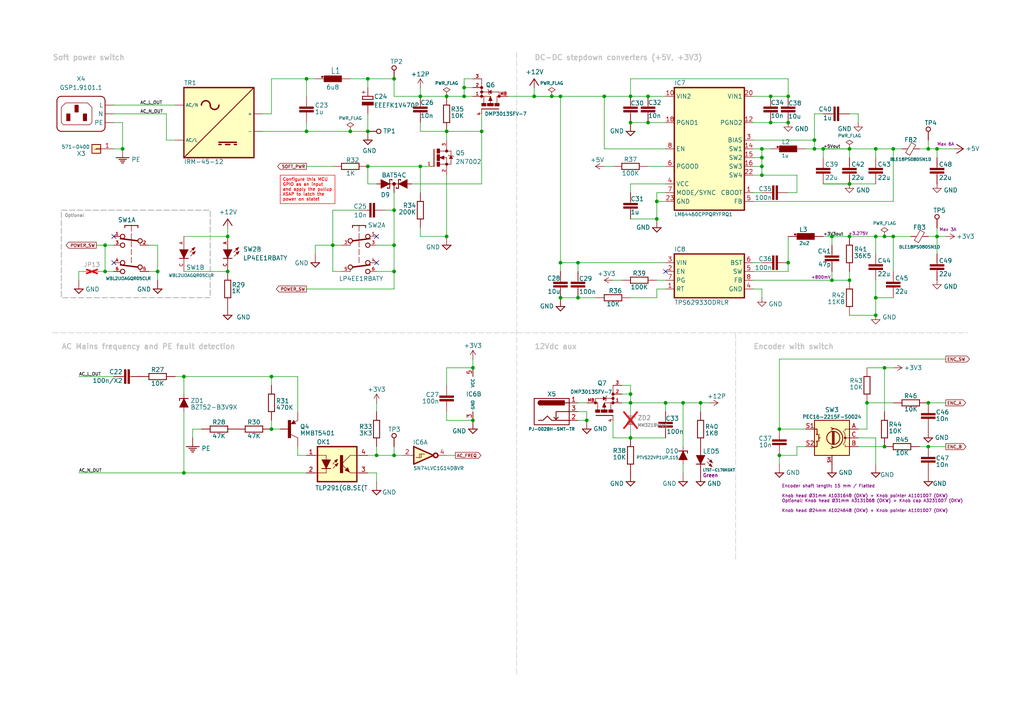
<source format=kicad_sch>
(kicad_sch (version 20250114) (generator "eeschema") (generator_version "9.0")
  (paper "A4")
  (title_block (title "${project_name}") (date "2025-10-14") (rev "${project_version}") (company "${project_creator}") (comment 1 "${project_license}") (comment 2 "${project_info}"))
  (text "Encoder with switch" (at 218.44 101.6 0) (effects (font (size 1.524 1.524) (thickness 0.3048) (bold yes)) (justify left bottom)))
  (text "12Vdc aux" (at 154.94 101.6 0) (effects (font (size 1.524 1.524) (thickness 0.3048) (bold yes)) (justify left bottom)))
  (text "AC Mains frequency and PE fault detection" (at 17.78 101.6 0) (effects (font (size 1.524 1.524) (thickness 0.3048) (bold yes)) (justify left bottom)))
  (text "+3.275V" (at 248.92 67.945 0) (effects (font (size 0.889 0.889))))
  (text "Max 3A" (at 272.415 67.31 0) (effects (font (size 0.889 0.889)) (justify left bottom)))
  (text "DC-DC stepdown converters (+5V, +3V3)" (at 154.94 17.78 0) (effects (font (size 1.524 1.524) (thickness 0.3048) (bold yes)) (justify left bottom)))
  (text "Max 6A" (at 271.78 42.545 0) (effects (font (size 0.889 0.889)) (justify left bottom)))
  (text "+800mV" (at 238.125 80.645 0) (effects (font (size 0.889 0.889))))
  (text "Soft power switch" (at 15.24 17.78 0) (effects (font (size 1.524 1.524) (thickness 0.3048) (bold yes)) (justify left bottom)))
  (text_box "Optional" (at 17.78 60.96 0) (size 43.18 25.4) (margins 0.9525 0.9525 0.9525 0.9525) (stroke (width 0) (type dash) (color 132 132 132 1)) (effects (font (size 0.889 0.889)) (justify left top)))
  (text_box "Configure this MCU GPIO as an input and apply the pullup ASAP to latch the power on state!" (at 81.28 50.8 0) (size 15.875 8.255) (margins 0.6668 0.6668 0.6668 0.6668) (stroke (width 0) (color 255 0 0 1)) (effects (font (size 0.889 0.889)) (justify left top)))
  (text_box "Encoder shaft length: 15 mm / Flatted\n\nKnob head Ø31mm A1031648 (OKW) + Knob pointer A1101007 (OKW)\nOptional: Knob head Ø31mm A3131068 (OKW) + Knob cap A3231007 (OKW)\n\nKnob head Ø24mm A1024648 (OKW) + Knob pointer A1101007 (OKW)" (at 226.06 139.7 0) (size 55.88 10.16) (margins 0.6667 0.6667 0.6667 0.6667) (stroke (width -0.0001)) (effects (font (size 0.889 0.889)) (justify left top)))
  (junction (at 193.04 116.84))
  (junction (at 106.68 38.1))
  (junction (at 238.76 43.18))
  (junction (at 259.08 68.58))
  (junction (at 88.9 38.1))
  (junction (at 226.06 124.46))
  (junction (at 106.68 22.86))
  (junction (at 256.54 68.58))
  (junction (at 271.78 43.18))
  (junction (at 114.3 132.08))
  (junction (at 223.52 27.94))
  (junction (at 190.5 58.42))
  (junction (at 114.3 78.74))
  (junction (at 220.98 50.8))
  (junction (at 254 91.44))
  (junction (at 129.54 38.1))
  (junction (at 78.74 109.22))
  (junction (at 175.26 27.94))
  (junction (at 226.06 132.08))
  (junction (at 35.56 43.18))
  (junction (at 134.62 27.94))
  (junction (at 129.54 68.58))
  (junction (at 182.88 35.56))
  (junction (at 114.3 71.12))
  (junction (at 30.48 71.12))
  (junction (at 101.6 38.1))
  (junction (at 167.64 76.2))
  (junction (at 228.6 27.94))
  (junction (at 96.52 71.12))
  (junction (at 121.92 48.26))
  (junction (at 106.68 48.26))
  (junction (at 254 86.36))
  (junction (at 187.96 27.94))
  (junction (at 269.24 43.18))
  (junction (at 78.74 124.46))
  (junction (at 170.18 121.92))
  (junction (at 154.94 27.94))
  (junction (at 53.34 137.16))
  (junction (at 53.34 109.22))
  (junction (at 66.04 68.58))
  (junction (at 241.3 68.58))
  (junction (at 203.2 116.84))
  (junction (at 182.88 116.84))
  (junction (at 220.98 48.26))
  (junction (at 269.24 129.54))
  (junction (at 246.38 43.18))
  (junction (at 256.54 129.54))
  (junction (at 254 43.18))
  (junction (at 30.48 78.74))
  (junction (at 137.16 106.68))
  (junction (at 251.46 116.84))
  (junction (at 182.88 114.3))
  (junction (at 259.08 43.18))
  (junction (at 137.16 121.92))
  (junction (at 121.92 27.94))
  (junction (at 134.62 25.4))
  (junction (at 246.38 81.28))
  (junction (at 246.38 68.58))
  (junction (at 228.6 35.56))
  (junction (at 114.3 22.86))
  (junction (at 182.88 27.94))
  (junction (at 236.22 40.64))
  (junction (at 198.12 116.84))
  (junction (at 256.54 106.68))
  (junction (at 129.54 27.94))
  (junction (at 269.24 116.84))
  (junction (at 241.3 81.28))
  (junction (at 190.5 63.5))
  (junction (at 162.56 86.36))
  (junction (at 236.22 43.18))
  (junction (at 187.96 35.56))
  (junction (at 167.64 86.36))
  (junction (at 254 68.58))
  (junction (at 220.98 45.72))
  (junction (at 246.38 53.34))
  (junction (at 182.88 127))
  (junction (at 162.56 76.2))
  (junction (at 109.22 132.08))
  (junction (at 160.02 27.94))
  (junction (at 45.72 78.74))
  (junction (at 271.78 68.58))
  (junction (at 228.6 76.2))
  (junction (at 220.98 43.18))
  (junction (at 162.56 27.94))
  (junction (at 88.9 22.86))
  (junction (at 223.52 35.56))
  (junction (at 66.04 78.74))
  (junction (at 114.3 60.96))
  (junction (at 139.7 38.1))
  (no_connect (at 193.04 78.74))
  (no_connect (at 109.22 76.2))
  (no_connect (at 109.22 68.58))
  (no_connect (at 33.02 76.2))
  (no_connect (at 33.02 68.58))
  (wire (pts (xy 53.34 78.74) (xy 66.04 78.74)))
  (wire (pts (xy 129.54 132.08) (xy 132.08 132.08)))
  (wire (pts (xy 251.46 124.46) (xy 248.92 124.46)) (stroke (width 0.1524)))
  (wire (pts (xy 241.3 81.28) (xy 246.38 81.28)) (stroke (width 0.1524)))
  (wire (pts (xy 104.14 60.96) (xy 96.52 60.96)) (stroke (width 0.1524)))
  (wire (pts (xy 231.14 50.8) (xy 231.14 55.88)))
  (wire (pts (xy 226.06 104.14) (xy 274.32 104.14)) (stroke (width 0.1524)))
  (wire (pts (xy 88.9 38.1) (xy 101.6 38.1)) (stroke (width 0.1524)))
  (wire (pts (xy 91.44 71.12) (xy 91.44 73.66)) (stroke (width 0.1524)))
  (wire (pts (xy 175.26 27.94) (xy 182.88 27.94)))
  (wire (pts (xy 124.46 48.26) (xy 121.92 48.26)))
  (wire (pts (xy 218.44 27.94) (xy 223.52 27.94)))
  (wire (pts (xy 259.08 43.18) (xy 261.62 43.18)))
  (wire (pts (xy 167.64 86.36) (xy 172.72 86.36)))
  (wire (pts (xy 271.78 43.18) (xy 276.86 43.18)))
  (wire (pts (xy 228.6 68.58) (xy 228.6 76.2)))
  (wire (pts (xy 137.16 22.86) (xy 134.62 22.86)))
  (wire (pts (xy 256.54 119.38) (xy 256.54 106.68)) (stroke (width 0.1524)))
  (wire (pts (xy 134.62 25.4) (xy 137.16 25.4)))
  (wire (pts (xy 106.68 132.08) (xy 109.22 132.08)) (stroke (width 0.1524)))
  (wire (pts (xy 53.34 137.16) (xy 53.34 119.38)))
  (wire (pts (xy 182.88 127) (xy 193.04 127)))
  (polyline (pts (xy 213.36 96.52) (xy 213.36 162.56)) (stroke (width 0.1524) (type dash) (color 194 194 194 1)))
  (wire (pts (xy 248.92 129.54) (xy 256.54 129.54)) (stroke (width 0.1524)))
  (wire (pts (xy 88.9 83.82) (xy 114.3 83.82)))
  (wire (pts (xy 182.88 53.34) (xy 182.88 55.88)))
  (wire (pts (xy 220.98 45.72) (xy 220.98 48.26)))
  (wire (pts (xy 246.38 78.74) (xy 246.38 81.28)))
  (wire (pts (xy 198.12 116.84) (xy 193.04 116.84)))
  (wire (pts (xy 129.54 38.1) (xy 129.54 40.64)))
  (wire (pts (xy 167.64 121.92) (xy 170.18 121.92)))
  (wire (pts (xy 53.34 109.22) (xy 78.74 109.22)))
  (wire (pts (xy 246.38 53.34) (xy 238.76 53.34)))
  (wire (pts (xy 134.62 27.94) (xy 137.16 27.94)))
  (wire (pts (xy 190.5 55.88) (xy 193.04 55.88)))
  (wire (pts (xy 241.3 68.58) (xy 241.3 71.12)) (stroke (width 0.1524)))
  (wire (pts (xy 251.46 106.68) (xy 256.54 106.68)))
  (wire (pts (xy 269.24 40.64) (xy 269.24 43.18)))
  (wire (pts (xy 218.44 45.72) (xy 220.98 45.72)))
  (wire (pts (xy 106.68 33.02) (xy 106.68 38.1)) (stroke (width 0.1524)))
  (wire (pts (xy 248.92 33.02) (xy 248.92 35.56)))
  (wire (pts (xy 33.02 78.74) (xy 30.48 78.74)))
  (wire (pts (xy 27.94 78.74) (xy 30.48 78.74)))
  (wire (pts (xy 241.3 78.74) (xy 241.3 81.28)))
  (wire (pts (xy 254 73.66) (xy 254 68.58)) (stroke (width 0.1524)))
  (wire (pts (xy 22.86 137.16) (xy 53.34 137.16)))
  (wire (pts (xy 246.38 43.18) (xy 238.76 43.18)))
  (wire (pts (xy 259.08 68.58) (xy 259.08 78.74)) (stroke (width 0.1524)))
  (wire (pts (xy 154.94 25.4) (xy 154.94 27.94)))
  (wire (pts (xy 190.5 58.42) (xy 193.04 58.42)))
  (wire (pts (xy 246.38 53.34) (xy 254 53.34)))
  (wire (pts (xy 129.54 38.1) (xy 121.92 38.1)))
  (wire (pts (xy 99.06 78.74) (xy 96.52 78.74)))
  (wire (pts (xy 162.56 27.94) (xy 162.56 76.2)) (stroke (width 0.1524)))
  (wire (pts (xy 233.68 43.18) (xy 236.22 43.18)))
  (wire (pts (xy 162.56 27.94) (xy 175.26 27.94)))
  (wire (pts (xy 238.76 43.18) (xy 246.38 43.18)) (stroke (width 0.1524)))
  (wire (pts (xy 106.68 22.86) (xy 101.6 22.86)) (stroke (width 0.1524)))
  (wire (pts (xy 30.48 71.12) (xy 30.48 78.74)))
  (wire (pts (xy 114.3 60.96) (xy 114.3 71.12)) (stroke (width 0.1524)))
  (wire (pts (xy 66.04 66.04) (xy 66.04 68.58)))
  (wire (pts (xy 109.22 132.08) (xy 114.3 132.08)) (stroke (width 0.1524)))
  (wire (pts (xy 121.92 48.26) (xy 121.92 55.88)))
  (wire (pts (xy 254 127) (xy 254 134.62)))
  (wire (pts (xy 175.26 43.18) (xy 193.04 43.18)))
  (wire (pts (xy 86.36 109.22) (xy 86.36 119.38)))
  (wire (pts (xy 114.3 78.74) (xy 114.3 83.82)))
  (wire (pts (xy 106.68 53.34) (xy 109.22 53.34)))
  (wire (pts (xy 254 43.18) (xy 246.38 43.18)))
  (wire (pts (xy 182.88 127) (xy 182.88 124.46)))
  (wire (pts (xy 187.96 27.94) (xy 193.04 27.94)) (stroke (width 0.1524)))
  (wire (pts (xy 218.44 58.42) (xy 259.08 58.42)))
  (wire (pts (xy 22.86 78.74) (xy 25.4 78.74)))
  (wire (pts (xy 182.88 27.94) (xy 187.96 27.94)) (stroke (width 0.1524)))
  (wire (pts (xy 271.78 43.18) (xy 271.78 45.72)))
  (polyline (pts (xy 149.86 96.52) (xy 280.67 96.52)) (stroke (width 0.1524) (type dash) (color 194 194 194 1)))
  (wire (pts (xy 226.06 132.08) (xy 231.14 132.08)))
  (wire (pts (xy 96.52 60.96) (xy 96.52 71.12)))
  (wire (pts (xy 114.3 27.94) (xy 121.92 27.94)) (stroke (width 0.1524)))
  (wire (pts (xy 91.44 22.86) (xy 88.9 22.86)) (stroke (width 0.1524)))
  (wire (pts (xy 226.06 124.46) (xy 226.06 104.14)) (stroke (width 0.1524)))
  (wire (pts (xy 256.54 68.58) (xy 259.08 68.58)))
  (wire (pts (xy 177.8 127) (xy 177.8 121.92)))
  (wire (pts (xy 256.54 106.68) (xy 259.08 106.68)) (stroke (width 0.1524)))
  (wire (pts (xy 182.88 127) (xy 177.8 127)))
  (wire (pts (xy 218.44 40.64) (xy 236.22 40.64)))
  (wire (pts (xy 129.54 38.1) (xy 139.7 38.1)))
  (wire (pts (xy 121.92 25.4) (xy 121.92 27.94)))
  (wire (pts (xy 76.2 38.1) (xy 88.9 38.1)) (stroke (width 0.1524)))
  (wire (pts (xy 248.92 127) (xy 254 127)))
  (wire (pts (xy 271.78 68.58) (xy 271.78 73.66)))
  (wire (pts (xy 78.74 121.92) (xy 78.74 124.46)))
  (wire (pts (xy 241.3 68.58) (xy 246.38 68.58)) (stroke (width 0.1524)))
  (wire (pts (xy 254 68.58) (xy 256.54 68.58)) (stroke (width 0.1524)))
  (wire (pts (xy 33.02 43.18) (xy 35.56 43.18)))
  (wire (pts (xy 182.88 116.84) (xy 193.04 116.84)))
  (wire (pts (xy 198.12 134.62) (xy 198.12 137.16)))
  (wire (pts (xy 223.52 27.94) (xy 228.6 27.94)))
  (wire (pts (xy 254 43.18) (xy 259.08 43.18)))
  (wire (pts (xy 218.44 50.8) (xy 220.98 50.8)))
  (wire (pts (xy 228.6 76.2) (xy 228.6 78.74)))
  (wire (pts (xy 147.32 27.94) (xy 154.94 27.94)))
  (wire (pts (xy 271.78 68.58) (xy 274.32 68.58)))
  (wire (pts (xy 236.22 33.02) (xy 236.22 40.64)))
  (wire (pts (xy 134.62 22.86) (xy 134.62 25.4)))
  (wire (pts (xy 218.44 35.56) (xy 223.52 35.56)))
  (wire (pts (xy 129.54 121.92) (xy 129.54 119.38)) (stroke (width 0.1524)))
  (wire (pts (xy 121.92 27.94) (xy 129.54 27.94)))
  (wire (pts (xy 220.98 83.82) (xy 218.44 83.82)))
  (wire (pts (xy 121.92 38.1) (xy 121.92 35.56)))
  (wire (pts (xy 53.34 68.58) (xy 66.04 68.58)))
  (wire (pts (xy 236.22 33.02) (xy 238.76 33.02)))
  (wire (pts (xy 86.36 129.54) (xy 86.36 132.08)))
  (wire (pts (xy 33.02 30.48) (xy 50.8 30.48)))
  (wire (pts (xy 78.74 109.22) (xy 78.74 111.76)))
  (wire (pts (xy 182.88 35.56) (xy 187.96 35.56)))
  (wire (pts (xy 203.2 116.84) (xy 203.2 119.38)))
  (wire (pts (xy 182.88 22.86) (xy 228.6 22.86)) (stroke (width 0.1524)))
  (wire (pts (xy 246.38 91.44) (xy 254 91.44)))
  (wire (pts (xy 109.22 78.74) (xy 114.3 78.74)))
  (wire (pts (xy 254 81.28) (xy 254 86.36)))
  (wire (pts (xy 48.26 40.64) (xy 50.8 40.64)))
  (wire (pts (xy 218.44 43.18) (xy 220.98 43.18)))
  (wire (pts (xy 58.42 124.46) (xy 55.88 124.46)))
  (wire (pts (xy 101.6 38.1) (xy 106.68 38.1)) (stroke (width 0.1524)))
  (wire (pts (xy 78.74 33.02) (xy 76.2 33.02)) (stroke (width 0.1524)))
  (wire (pts (xy 167.64 116.84) (xy 170.18 116.84)))
  (wire (pts (xy 190.5 83.82) (xy 193.04 83.82)))
  (wire (pts (xy 33.02 71.12) (xy 30.48 71.12)))
  (wire (pts (xy 187.96 35.56) (xy 193.04 35.56)))
  (wire (pts (xy 238.76 68.58) (xy 241.3 68.58)) (stroke (width 0.1524)))
  (polyline (pts (xy 149.86 86.36) (xy 149.86 195.58)) (stroke (width 0.1524) (type dash) (color 194 194 194 1)))
  (wire (pts (xy 106.68 137.16) (xy 109.22 137.16)) (stroke (width 0.1524)))
  (wire (pts (xy 180.34 111.76) (xy 182.88 111.76)))
  (wire (pts (xy 35.56 35.56) (xy 35.56 43.18)))
  (wire (pts (xy 190.5 55.88) (xy 190.5 58.42)))
  (wire (pts (xy 121.92 66.04) (xy 121.92 68.58)))
  (wire (pts (xy 170.18 119.38) (xy 170.18 121.92)))
  (wire (pts (xy 182.88 22.86) (xy 182.88 27.94)) (stroke (width 0.1524)))
  (wire (pts (xy 187.96 48.26) (xy 193.04 48.26)))
  (wire (pts (xy 182.88 63.5) (xy 190.5 63.5)))
  (wire (pts (xy 190.5 83.82) (xy 190.5 86.36)))
  (wire (pts (xy 182.88 53.34) (xy 193.04 53.34)))
  (wire (pts (xy 109.22 116.84) (xy 109.22 119.38)) (stroke (width 0.1524)))
  (wire (pts (xy 53.34 109.22) (xy 53.34 114.3)))
  (wire (pts (xy 205.74 116.84) (xy 203.2 116.84)))
  (wire (pts (xy 50.8 109.22) (xy 53.34 109.22)))
  (wire (pts (xy 175.26 27.94) (xy 175.26 43.18)))
  (wire (pts (xy 114.3 78.74) (xy 114.3 71.12)))
  (wire (pts (xy 160.02 27.94) (xy 154.94 27.94)) (stroke (width 0.1524)))
  (wire (pts (xy 119.38 53.34) (xy 139.7 53.34)))
  (wire (pts (xy 236.22 40.64) (xy 236.22 43.18)))
  (wire (pts (xy 266.7 129.54) (xy 269.24 129.54)) (stroke (width 0.1524)))
  (wire (pts (xy 220.98 48.26) (xy 220.98 50.8)))
  (wire (pts (xy 55.88 124.46) (xy 55.88 127)))
  (wire (pts (xy 251.46 116.84) (xy 251.46 124.46)) (stroke (width 0.1524)))
  (wire (pts (xy 106.68 22.86) (xy 114.3 22.86)) (stroke (width 0.1524)))
  (wire (pts (xy 220.98 83.82) (xy 220.98 86.36)))
  (wire (pts (xy 220.98 43.18) (xy 223.52 43.18)))
  (wire (pts (xy 129.54 27.94) (xy 134.62 27.94)))
  (wire (pts (xy 254 86.36) (xy 254 91.44)) (stroke (width 0.1524)))
  (wire (pts (xy 45.72 78.74) (xy 43.18 78.74)))
  (wire (pts (xy 137.16 104.14) (xy 137.16 106.68)))
  (wire (pts (xy 226.06 124.46) (xy 233.68 124.46)))
  (wire (pts (xy 129.54 68.58) (xy 129.54 50.8)))
  (wire (pts (xy 220.98 43.18) (xy 220.98 45.72)))
  (wire (pts (xy 180.34 114.3) (xy 182.88 114.3)))
  (wire (pts (xy 137.16 121.92) (xy 129.54 121.92)))
  (wire (pts (xy 236.22 43.18) (xy 238.76 43.18)))
  (wire (pts (xy 218.44 55.88) (xy 220.98 55.88)))
  (wire (pts (xy 238.76 45.72) (xy 238.76 43.18)) (stroke (width 0.1524)))
  (wire (pts (xy 175.26 48.26) (xy 177.8 48.26)))
  (wire (pts (xy 218.44 78.74) (xy 228.6 78.74)))
  (wire (pts (xy 246.38 33.02) (xy 248.92 33.02)))
  (wire (pts (xy 106.68 48.26) (xy 106.68 53.34)))
  (wire (pts (xy 246.38 68.58) (xy 254 68.58)) (stroke (width 0.1524)))
  (polyline (pts (xy 15.24 96.52) (xy 149.86 96.52)) (stroke (width 0.1524) (type dash) (color 194 194 194 1)))
  (wire (pts (xy 88.9 48.26) (xy 96.52 48.26)))
  (wire (pts (xy 259.08 68.58) (xy 264.16 68.58)))
  (wire (pts (xy 22.86 109.22) (xy 33.02 109.22)))
  (wire (pts (xy 167.64 78.74) (xy 167.64 76.2)) (stroke (width 0.1524)))
  (wire (pts (xy 109.22 132.08) (xy 109.22 129.54)) (stroke (width 0.1524)))
  (wire (pts (xy 167.64 76.2) (xy 193.04 76.2)) (stroke (width 0.1524)))
  (wire (pts (xy 218.44 76.2) (xy 220.98 76.2)))
  (wire (pts (xy 78.74 22.86) (xy 88.9 22.86)) (stroke (width 0.1524)))
  (wire (pts (xy 269.24 116.84) (xy 274.32 116.84)) (stroke (width 0.1524)))
  (wire (pts (xy 121.92 68.58) (xy 129.54 68.58)))
  (wire (pts (xy 182.88 86.36) (xy 190.5 86.36)))
  (wire (pts (xy 114.3 22.86) (xy 114.3 27.94)) (stroke (width 0.1524)))
  (wire (pts (xy 33.02 35.56) (xy 35.56 35.56)))
  (wire (pts (xy 254 86.36) (xy 259.08 86.36)) (stroke (width 0.1524)))
  (wire (pts (xy 45.72 78.74) (xy 45.72 81.28)))
  (wire (pts (xy 78.74 22.86) (xy 78.74 33.02)) (stroke (width 0.1524)))
  (wire (pts (xy 269.24 129.54) (xy 274.32 129.54)) (stroke (width 0.1524)))
  (wire (pts (xy 177.8 81.28) (xy 180.34 81.28)))
  (wire (pts (xy 160.02 27.94) (xy 162.56 27.94)))
  (wire (pts (xy 114.3 132.08) (xy 116.84 132.08)))
  (wire (pts (xy 162.56 86.36) (xy 167.64 86.36)) (stroke (width 0.1524)))
  (wire (pts (xy 114.3 55.88) (xy 114.3 60.96)))
  (wire (pts (xy 78.74 109.22) (xy 86.36 109.22)))
  (wire (pts (xy 139.7 53.34) (xy 139.7 38.1)))
  (wire (pts (xy 53.34 137.16) (xy 88.9 137.16)))
  (wire (pts (xy 88.9 35.56) (xy 88.9 38.1)) (stroke (width 0.1524)))
  (wire (pts (xy 45.72 71.12) (xy 43.18 71.12)))
  (wire (pts (xy 180.34 116.84) (xy 182.88 116.84)))
  (wire (pts (xy 190.5 81.28) (xy 193.04 81.28)))
  (wire (pts (xy 218.44 81.28) (xy 241.3 81.28)))
  (wire (pts (xy 231.14 129.54) (xy 231.14 132.08)))
  (wire (pts (xy 233.68 129.54) (xy 231.14 129.54)))
  (wire (pts (xy 218.44 48.26) (xy 220.98 48.26)))
  (wire (pts (xy 139.7 33.02) (xy 139.7 38.1)))
  (wire (pts (xy 226.06 132.08) (xy 226.06 134.62)))
  (wire (pts (xy 223.52 35.56) (xy 228.6 35.56)))
  (wire (pts (xy 162.56 27.94) (xy 160.02 27.94)) (stroke (width 0.1524)))
  (wire (pts (xy 109.22 137.16) (xy 109.22 139.7)) (stroke (width 0.1524)))
  (wire (pts (xy 96.52 71.12) (xy 96.52 78.74)))
  (wire (pts (xy 91.44 71.12) (xy 96.52 71.12)))
  (wire (pts (xy 137.16 106.68) (xy 129.54 106.68)))
  (wire (pts (xy 228.6 22.86) (xy 228.6 27.94)) (stroke (width 0.1524)))
  (wire (pts (xy 190.5 58.42) (xy 190.5 63.5)))
  (wire (pts (xy 33.02 33.02) (xy 48.26 33.02)))
  (wire (pts (xy 271.78 66.04) (xy 271.78 68.58)))
  (wire (pts (xy 109.22 71.12) (xy 114.3 71.12)))
  (wire (pts (xy 220.98 50.8) (xy 231.14 50.8)))
  (wire (pts (xy 162.56 76.2) (xy 167.64 76.2)) (stroke (width 0.1524)))
  (wire (pts (xy 238.76 53.34) (xy 246.38 53.34)) (stroke (width 0.1524)))
  (wire (pts (xy 86.36 132.08) (xy 88.9 132.08)))
  (wire (pts (xy 45.72 71.12) (xy 45.72 78.74)))
  (wire (pts (xy 246.38 43.18) (xy 246.38 45.72)) (stroke (width 0.1524)))
  (wire (pts (xy 30.48 71.12) (xy 27.94 71.12)))
  (wire (pts (xy 162.56 78.74) (xy 162.56 76.2)) (stroke (width 0.1524)))
  (wire (pts (xy 134.62 25.4) (xy 134.62 27.94)))
  (wire (pts (xy 193.04 116.84) (xy 193.04 119.38)))
  (wire (pts (xy 269.24 68.58) (xy 271.78 68.58)))
  (wire (pts (xy 203.2 116.84) (xy 198.12 116.84)))
  (wire (pts (xy 182.88 116.84) (xy 182.88 119.38)))
  (wire (pts (xy 182.88 111.76) (xy 182.88 114.3)))
  (wire (pts (xy 228.6 55.88) (xy 231.14 55.88)))
  (polyline (pts (xy 149.86 15.24) (xy 149.86 86.36)) (stroke (width 0.1524) (type dash) (color 194 194 194 1)))
  (wire (pts (xy 251.46 116.84) (xy 259.08 116.84)) (stroke (width 0.1524)))
  (wire (pts (xy 111.76 60.96) (xy 114.3 60.96)) (stroke (width 0.1524)))
  (wire (pts (xy 96.52 71.12) (xy 99.06 71.12)))
  (wire (pts (xy 198.12 116.84) (xy 198.12 129.54)))
  (wire (pts (xy 106.68 25.4) (xy 106.68 22.86)) (stroke (width 0.1524)))
  (wire (pts (xy 182.88 114.3) (xy 182.88 116.84)))
  (wire (pts (xy 129.54 106.68) (xy 129.54 111.76)))
  (wire (pts (xy 114.3 129.54) (xy 114.3 132.08)) (stroke (width 0.1524)))
  (wire (pts (xy 88.9 27.94) (xy 88.9 22.86)) (stroke (width 0.1524)))
  (wire (pts (xy 254 43.18) (xy 254 45.72)))
  (wire (pts (xy 22.86 78.74) (xy 22.86 81.28)))
  (wire (pts (xy 266.7 43.18) (xy 269.24 43.18)))
  (wire (pts (xy 121.92 48.26) (xy 106.68 48.26)))
  (wire (pts (xy 259.08 43.18) (xy 259.08 58.42)))
  (wire (pts (xy 269.24 43.18) (xy 271.78 43.18)))
  (wire (pts (xy 78.74 124.46) (xy 81.28 124.46)))
  (wire (pts (xy 48.26 33.02) (xy 48.26 40.64)))
  (wire (pts (xy 167.64 119.38) (xy 170.18 119.38)))
  (wire (pts (xy 154.94 27.94) (xy 160.02 27.94)))
  (wire (pts (xy 256.54 68.58) (xy 259.08 68.58)) (stroke (width 0.1524)))
  (label "AC_L_OUT" (at 40.64 30.48 0) (effects (font (size 0.889 0.889))))
  (label "AC_N_OUT" (at 22.86 137.16 0) (effects (font (size 0.889 0.889))))
  (label "+3V3out" (at 238.76 68.58 0) (effects (font (size 0.889 0.889))))
  (label "AC_N_OUT" (at 40.64 33.02 0) (effects (font (size 0.889 0.889))))
  (label "AC_L_OUT" (at 22.86 109.22 0) (effects (font (size 0.889 0.889))))
  (label "+5Vout" (at 238.76 43.18 0) (effects (font (size 0.889 0.889))))
  (global_label "POWER_SW" (shape output) (at 88.9 83.82 180) (effects (font (size 0.889 0.889))) (property "Intersheetrefs" "${INTERSHEET_REFS}" (effects (hide yes))))
  (global_label "ENC_B" (shape output) (at 274.32 129.54 0) (effects (font (size 0.889 0.889))) (property "Intersheetrefs" "${INTERSHEET_REFS}" (effects (hide yes))))
  (global_label "SOFT_PWR" (shape output) (at 88.9 48.26 180) (effects (font (size 0.889 0.889))) (property "Intersheetrefs" "${INTERSHEET_REFS}" (effects (hide yes))))
  (global_label "ENC_A" (shape output) (at 274.32 116.84 0) (effects (font (size 0.889 0.889))) (property "Intersheetrefs" "${INTERSHEET_REFS}" (effects (hide yes))))
  (global_label "POWER_SW" (shape output) (at 27.94 71.12 180) (effects (font (size 0.889 0.889))) (property "Intersheetrefs" "${INTERSHEET_REFS}" (effects (hide yes))))
  (global_label "AC_FREQ" (shape output) (at 132.08 132.08 0) (effects (font (size 0.889 0.889))) (property "Intersheetrefs" "${INTERSHEET_REFS}" (effects (hide yes))))
  (global_label "ENC_SW" (shape output) (at 274.32 104.14 0) (effects (font (size 0.889 0.889))) (property "Intersheetrefs" "${INTERSHEET_REFS}" (effects (hide yes))))
  (symbol (lib_id "PCM_EEZ_passives:C-EU") (at 193.04 124.46 0) (mirror x) (unit 1)
    (property "Reference" "C33" (at 193.04 120.65 0) (effects (justify left bottom)))
    (property "Value" "100n" (at 193.294 124.46 0) (effects (justify left bottom)))
    (property "Footprint" "PCM_EEZ_passives:C_0603_1608Metric" (effects (hide yes)))
    (property "DigiKey" "490-4774-1-ND" (effects (hide yes)))
    (property "Mouser" "80-C0603C104M4R" (effects (hide yes)))
    (property "TME" "CL10B104KA8NNNC" (effects (hide yes)))
    (property "LCSC" "C1590" (effects (hide yes)))
  )
  (symbol (lib_id "PCM_EEZ_passives:C-EU") (at 187.96 30.48 0) (unit 1)
    (property "Reference" "C32" (at 187.96 30.48 0) (effects (justify left bottom)))
    (property "Value" "10n" (at 187.96 34.29 0) (effects (justify left bottom)))
    (property "Footprint" "PCM_EEZ_passives:C_0603_1608Metric" (effects (hide yes)))
    (property "DigiKey" "1276-1009-1-ND" (effects (hide yes)))
    (property "Mouser" "187-CL10B103KB8NNNC " (effects (hide yes)))
    (property "TME" "CL10B103KB8NNNC" (effects (hide yes)))
    (property "LCSC" "C1589" (effects (hide yes)))
  )
  (symbol (lib_id "PCM_EEZ_discretes:PNP-SOT23-BEC") (at 83.82 124.46 0) (unit 1)
    (property "Reference" "Q4" (at 86.995 124.46 0) (effects (justify left bottom)))
    (property "Value" "MMBT5401" (at 86.995 126.365 0) (effects (justify left bottom)))
    (property "Footprint" "PCM_EEZ_SMD:SOT23-BEC" (effects (hide yes)))
    (property "DigiKey" "MMBT5401-FDICT-ND" (effects (hide yes)))
    (property "Mouser" "621-MMBT5401-F" (effects (hide yes)))
    (property "TME" "MMBT5401" (effects (hide yes)))
    (property "LCSC" "C21488" (effects (hide yes)))
  )
  (symbol (lib_id "PCM_EEZ_passives:C-EU") (at 254 78.74 180) (unit 1)
    (property "Reference" "C44" (at 254.508 76.3524 0) (effects (justify right top)))
    (property "Value" "22u" (at 254.508 80.1624 0) (effects (justify right top)))
    (property "Footprint" "PCM_EEZ_passives:C_0805_2012Metric" (effects (hide yes)))
    (property "DigiKey" "1276-1100-1-ND" (effects (hide yes)))
    (property "Mouser" "187-CL21A226MQQNNNE" (effects (hide yes)))
    (property "TME" "CL21A226MQQNNNE" (effects (hide yes)))
    (property "LCSC" "C5674" (effects (hide yes)))
  )
  (symbol (lib_id "PCM_EEZ_unsorted:LP4xx1RxAxx") (at 38.1 73.66 0) (mirror y) (unit 1)
    (property "Reference" "SW1" (at 39.37 64.516 0) (effects (justify left bottom)))
    (property "Value" "WBL2UOAGQR05CLR" (at 43.815 81.28 0) (effects (font (size 0.889 0.889)) (justify left bottom)))
    (property "Footprint" "PCM_EEZ_unsorted:WBL2UOAGQR05CLR" (effects (hide yes)))
    (property "Description" "Illuminated push button switch" (effects (hide yes)))
    (property "DigiKey" "WBL2UOAGQR05CLR-ND" (effects (hide yes)))
    (property "Mouser" "612-WBL2UOAGQR05CLR " (effects (hide yes)))
    (property "TME" "WBL2UOAGQR05CLR" (effects (hide yes)))
    (property "LCSC" "C3634718" (effects (hide yes)))
  )
  (symbol (lib_id "PCM_EEZ_passives:C-EU") (at 238.76 50.8 180) (unit 1)
    (property "Reference" "C39" (at 239.268 48.4124 0) (effects (justify right top)))
    (property "Value" "22u" (at 239.268 52.2224 0) (effects (justify right top)))
    (property "Footprint" "PCM_EEZ_passives:C_0805_2012Metric" (effects (hide yes)))
    (property "DigiKey" "1276-1100-1-ND" (effects (hide yes)))
    (property "Mouser" "187-CL21A226MQQNNNE" (effects (hide yes)))
    (property "TME" "CL21A226MQQNNNE" (effects (hide yes)))
    (property "LCSC" "C5674" (effects (hide yes)))
  )
  (symbol (lib_name "R-EU_3") (lib_id "PCM_EEZ_passives:R-EU") (at 45.72 109.22 90) (unit 1)
    (property "Reference" "R27" (at 45.72 107.95 90) (effects (justify top)))
    (property "Value" "10K" (at 45.72 110.49 90) (effects (justify bottom)))
    (property "Footprint" "PCM_EEZ_passives:R_0603_1608Metric" (effects (hide yes)))
    (property "DigiKey" "1712-CRGH0603F10KCT-ND" (effects (hide yes)))
    (property "Mouser" "756-WCR0603-10KFI" (effects (hide yes)))
    (property "TME" "SMD0603-10K-1%" (effects (hide yes)))
    (property "LCSC" "C98220" (effects (hide yes)))
  )
  (symbol (lib_id "power:PWR_FLAG") (at 160.02 27.94 0) (unit 1)
    (property "Reference" "#FLG08" (effects (hide yes)))
    (property "Value" "PWR_FLAG" (at 160.02 24.13 0) (effects (font (size 0.889 0.889))))
    (property "Description" "Special symbol for telling ERC where power comes from" (effects (hide yes)))
  )
  (symbol (lib_name "R-EU_3") (lib_id "PCM_EEZ_passives:R-EU") (at 182.88 132.08 180) (unit 1)
    (property "Reference" "R38" (at 181.61 131.445 0) (effects (justify left top)))
    (property "Value" "10K" (at 181.61 133.35 0) (effects (justify left top)))
    (property "Footprint" "PCM_EEZ_passives:R_0603_1608Metric" (effects (hide yes)))
    (property "DigiKey" "1712-CRGH0603F10KCT-ND" (effects (hide yes)))
    (property "Mouser" "756-WCR0603-10KFI" (effects (hide yes)))
    (property "TME" "SMD0603-10K-1%" (effects (hide yes)))
    (property "LCSC" "C98220" (effects (hide yes)))
  )
  (symbol (lib_id "Connector_Generic:Conn_01x01") (at 27.94 43.18 0) (mirror y) (unit 1)
    (property "Reference" "X3" (at 22.225 43.815 0) (effects (justify right top)))
    (property "Value" "571-0400" (at 26.035 43.18 0) (effects (font (size 1.016 1.016)) (justify left bottom)))
    (property "Footprint" "PCM_EEZ_connectors:571-0X00 Deltron" (effects (hide yes)))
    (property "DigiKey" "-" (effects (hide yes)))
    (property "Mouser" "164-7140" (effects (hide yes)))
    (property "TME" "571-0400" (effects (hide yes)))
    (property "LCSC" "-" (at 27.94 43.18 0))
  )
  (symbol (lib_id "PCM_EEZ_passives:R-EU") (at 185.42 81.28 90) (unit 1)
    (property "Reference" "R39" (at 185.42 80.01 90) (effects (justify top)))
    (property "Value" "100K" (at 185.42 82.55 90) (effects (justify bottom)))
    (property "Footprint" "PCM_EEZ_passives:R_0603_1608Metric" (effects (hide yes)))
    (property "DigiKey" "311-100KHRCT-ND" (effects (hide yes)))
    (property "Mouser" "603-RC0603FR-07100KL" (effects (hide yes)))
    (property "TME" "SMD0603-100K-1%" (effects (hide yes)))
    (property "LCSC" "C14675" (effects (hide yes)))
  )
  (symbol (lib_id "PCM_EEZ_unsorted:JP2 open") (at 25.4 78.74 0) (unit 1) (in_bom no) (dnp yes)
    (property "Reference" "JP13" (at 26.67 77.47 0) (effects (justify bottom)))
    (property "Footprint" "PCM_EEZ_connectors:M22-2010246" (effects (hide yes)))
    (property "Label" "POWER" (effects (hide yes)))
  )
  (symbol (lib_id "PCM_EEZ_discretes:DIODE_ZENER") (at 182.88 121.92 90) (unit 1) (in_bom no) (dnp yes)
    (property "Reference" "ZD2" (at 184.912 121.92 90) (effects (justify right top)))
    (property "Value" "MM3Z18VT1G" (at 184.912 123.825 90) (effects (font (size 0.889 0.889)) (justify right top)))
    (property "Footprint" "PCM_EEZ_SMD:SOD-323_1P8X1P35_ONS-M" (effects (hide yes)))
    (property "DigiKey" "MM3Z18VT1GOSCT-ND" (effects (hide yes)))
    (property "Mouser" "863-MM3Z18VT1G" (effects (hide yes)))
    (property "TME" "MM3Z18VT1G" (effects (hide yes)))
  )
  (symbol (lib_id "PCM_EEZ_symbols:GND") (at 203.2 139.7 0) (mirror y) (unit 1)
    (property "Reference" "#SUPPLY038" (effects (hide yes)))
    (property "Value" "GND" (at 205.105 140.97 0) (effects (justify right bottom)))
  )
  (symbol (lib_id "PCM_EEZ_discretes:DIODE_ZENER") (at 198.12 132.08 90) (unit 1)
    (property "Reference" "D10" (at 196.85 130.81 90) (effects (justify left)))
    (property "Value" "PTVS22VP1UP.115" (at 196.85 132.715 90) (effects (font (size 0.889 0.889)) (justify left)))
    (property "Footprint" "PCM_EEZ_SMD:SOD-123FL" (effects (hide yes)))
    (property "Datasheet" "https://hr.mouser.com/datasheet/2/389/esda25p35_1u1m-1848969.pdf" (effects (hide yes)))
    (property "Description" "TVS Diode, working voltage 22V, breakdown 23.3V, clamp 41V, 30kV, 0603" (effects (hide yes)))
    (property "DigiKey" "497-SM6F22AYCT-ND" (effects (hide yes)))
    (property "Mouser" "771-PTVS22VP1UP115" (effects (hide yes)))
    (property "TME" "PTVS22VP1UP.115" (effects (hide yes)))
    (property "LCSC" "C461181" (effects (hide yes)))
  )
  (symbol (lib_id "PCM_EEZ_discretes:NMOS") (at 127 45.72 0) (unit 1)
    (property "Reference" "Q5" (at 132.08 45.085 0) (effects (justify left bottom)))
    (property "Value" "2N7002" (at 132.08 47.625 0) (effects (justify left bottom)))
    (property "Footprint" "PCM_EEZ_SMD:SOT103P240X110-3N" (effects (hide yes)))
    (property "DigiKey" "T2N7002AKLMCT-ND" (effects (hide yes)))
    (property "Mouser" "757-T2N7002AKLM" (effects (hide yes)))
    (property "TME" "2N7002LT1G" (effects (hide yes)))
    (property "LCSC" "C16338" (effects (hide yes)))
  )
  (symbol (lib_id "PCM_EEZ_passives:C-EU") (at 182.88 58.42 0) (mirror y) (unit 1)
    (property "Reference" "C31" (at 182.88 58.42 0) (effects (justify right bottom)))
    (property "Value" "1u" (at 182.88 62.23 0) (effects (justify right bottom)))
    (property "Footprint" "PCM_EEZ_passives:C_0603_1608Metric" (effects (hide yes)))
    (property "DigiKey" "311-1445-1-ND" (effects (hide yes)))
    (property "Mouser" "187-CL10B105KB8NQNC" (effects (hide yes)))
    (property "TME" "CL10B105KB8NQNC" (effects (hide yes)))
    (property "LCSC" "C5199872" (effects (hide yes)))
  )
  (symbol (lib_id "PCM_EEZ_symbols:GND") (at 190.5 66.04 0) (unit 1)
    (property "Reference" "#SUPPLY036" (effects (hide yes)))
    (property "Value" "GND" (at 188.595 66.675 0) (effects (justify right bottom)))
  )
  (symbol (lib_id "PCM_EEZ_TI:LM64460CPPQRYFRQ1") (at 193.04 27.94 0) (unit 1)
    (property "Reference" "IC7" (at 195.58 24.765 0) (effects (justify left bottom)))
    (property "Value" "LM64460CPPQRYFRQ1" (at 195.58 61.595 0) (effects (font (size 1.016 1.016)) (justify left top)))
    (property "Footprint" "PCM_EEZ_SMD:VQFN22_RYF_TEX" (effects (hide yes)))
    (property "Description" "3V to 36V, 6A, Automotive, Synchronous, Optimized for Reliability and Low EMI" (effects (hide yes)))
    (property "DigiKey" "296-LM64460CPPQRYFRQ1CT-ND" (effects (hide yes)))
    (property "Mouser" "595-LM64460CPPQRYFQ1 " (effects (hide yes)))
    (property "TME" "-" (effects (hide yes)))
    (property "LCSC" "C34500172" (effects (hide yes)))
  )
  (symbol (lib_id "PCM_EEZ_passives:C-EU") (at 223.52 30.48 0) (unit 1)
    (property "Reference" "C34" (at 223.52 30.48 0) (effects (justify left bottom)))
    (property "Value" "10n" (at 223.52 34.29 0) (effects (justify left bottom)))
    (property "Footprint" "PCM_EEZ_passives:C_0603_1608Metric" (effects (hide yes)))
    (property "DigiKey" "1276-1009-1-ND" (effects (hide yes)))
    (property "Mouser" "187-CL10B103KB8NNNC " (effects (hide yes)))
    (property "TME" "CL10B103KB8NNNC" (effects (hide yes)))
    (property "LCSC" "C1589" (effects (hide yes)))
  )
  (symbol (lib_id "PCM_EEZ_passives:C-EU") (at 88.9 30.48 0) (unit 1)
    (property "Reference" "C23" (at 91.313 31.2674 0) (effects (justify left bottom)))
    (property "Value" "1u" (at 91.313 33.1724 0) (effects (justify left bottom)))
    (property "Footprint" "PCM_EEZ_passives:C_0603_1608Metric" (effects (hide yes)))
    (property "DigiKey" "311-1445-1-ND" (effects (hide yes)))
    (property "Mouser" "187-CL10B105KB8NQNC" (effects (hide yes)))
    (property "TME" "CL10B105KB8NQNC" (effects (hide yes)))
    (property "LCSC" "C5199872" (effects (hide yes)))
  )
  (symbol (lib_id "PCM_EEZ_passives:ECAP") (at 106.68 27.94 0) (unit 1)
    (property "Reference" "C24" (at 108.458 28.7274 0) (effects (justify left bottom)))
    (property "Value" "EEEFK1V470P" (at 108.458 31.2674 0) (effects (justify left bottom)))
    (property "Footprint" "PCM_EEZ_passives:CAPAE660X610N" (effects (hide yes)))
    (property "DigiKey" "PCE3842CT-ND" (effects (hide yes)))
    (property "Mouser" "667-EEE-FK1V470P" (effects (hide yes)))
    (property "TME" "EEEFK1V470P" (effects (hide yes)))
    (property "LCSC" "C178565" (effects (hide yes)))
  )
  (symbol (lib_id "PCM_EEZ_discretes:PMOS_LFPAK") (at 175.26 119.38 90) (unit 1)
    (property "Reference" "Q7" (at 174.625 111.125 90))
    (property "Value" "DMP3013SFV-7" (at 171.45 113.665 90) (effects (font (size 1.016 1.016))))
    (property "Footprint" "PCM_EEZ_SMD:TRANS_FDMC8010" (effects (hide yes)))
    (property "DigiKey" "DMP3013SFV-7DICT-ND" (effects (hide yes)))
    (property "Mouser" "621-DMP3013SFV-7" (effects (hide yes)))
    (property "TME" "DMP3013SFV-7" (effects (hide yes)))
    (property "LCSC" "C264098" (effects (hide yes)))
  )
  (symbol (lib_id "power:+3V3") (at 274.32 68.58 270) (unit 1)
    (property "Reference" "#PWR019" (effects (hide yes)))
    (property "Value" "+3V3" (at 280.035 68.58 90))
    (property "Description" "Power symbol creates a global label with name \"+3V3\"" (effects (hide yes)))
  )
  (symbol (lib_id "PCM_EEZ_passives:R-EU") (at 182.88 48.26 90) (unit 1)
    (property "Reference" "R37" (at 182.88 46.99 90) (effects (justify top)))
    (property "Value" "100K" (at 182.88 49.53 90) (effects (justify bottom)))
    (property "Footprint" "PCM_EEZ_passives:R_0603_1608Metric" (effects (hide yes)))
    (property "DigiKey" "311-100KHRCT-ND" (effects (hide yes)))
    (property "Mouser" "603-RC0603FR-07100KL" (effects (hide yes)))
    (property "TME" "SMD0603-100K-1%" (effects (hide yes)))
    (property "LCSC" "C14675" (effects (hide yes)))
  )
  (symbol (lib_id "power:GND") (at 228.6 35.56 0) (mirror y) (unit 1)
    (property "Reference" "#SUPPLY041" (effects (hide yes)))
    (property "Value" "GND" (at 230.505 38.1 0) (effects (justify right bottom)))
    (property "Description" "Power symbol creates a global label with name \"GND\" , ground" (effects (hide yes)))
  )
  (symbol (lib_id "power:GND") (at 220.98 86.36 0) (mirror y) (unit 1)
    (property "Reference" "#SUPPLY039" (effects (hide yes)))
    (property "Value" "GND" (at 222.885 88.9 0) (effects (justify right bottom)))
    (property "Description" "Power symbol creates a global label with name \"GND\" , ground" (effects (hide yes)))
  )
  (symbol (lib_id "PCM_EEZ_passives:C-EU") (at 226.06 129.54 0) (mirror x) (unit 1)
    (property "Reference" "C37" (at 223.901 127.889 0) (effects (justify right top)))
    (property "Value" "10n" (at 223.901 129.794 0) (effects (justify right top)))
    (property "Footprint" "PCM_EEZ_passives:C_0603_1608Metric" (effects (hide yes)))
    (property "DigiKey" "1276-1009-1-ND" (effects (hide yes)))
    (property "Mouser" "187-CL10B103KB8NNNC " (effects (hide yes)))
    (property "TME" "CL10B103KB8NNNC" (effects (hide yes)))
    (property "LCSC" "C1589" (effects (hide yes)))
  )
  (symbol (lib_name "R-EU_1") (lib_id "PCM_EEZ_passives:R-EU") (at 121.92 60.96 180) (unit 1)
    (property "Reference" "R34" (at 116.84 60.325 0) (effects (justify right top)))
    (property "Value" "200K" (at 115.57 62.23 0) (effects (justify right top)))
    (property "Footprint" "PCM_EEZ_passives:R_0603_1608Metric" (effects (hide yes)))
    (property "TME" "SMD0603-200K-1%" (effects (hide yes)))
  )
  (symbol (lib_name "R-EU_6") (lib_id "PCM_EEZ_passives:R-EU") (at 101.6 48.26 270) (mirror x) (unit 1)
    (property "Reference" "R32" (at 100.33 45.72 90) (effects (justify left bottom)))
    (property "Value" "1K" (at 100.33 49.53 90) (effects (justify left bottom)))
    (property "Footprint" "PCM_EEZ_passives:R_0603_1608Metric" (effects (hide yes)))
    (property "TME" "CQ0603-1K-1%" (effects (hide yes)))
  )
  (symbol (lib_id "PCM_EEZ_passives:C-EU") (at 223.52 55.88 90) (mirror x) (unit 1)
    (property "Reference" "C35" (at 223.901 55.499 90) (effects (justify left bottom)))
    (property "Value" "100n" (at 223.901 58.039 90) (effects (justify left bottom)))
    (property "Footprint" "PCM_EEZ_passives:C_0603_1608Metric" (effects (hide yes)))
    (property "DigiKey" "490-4774-1-ND" (effects (hide yes)))
    (property "Mouser" "80-C0603C104M4R" (effects (hide yes)))
    (property "TME" "CL10B104KA8NNNC" (effects (hide yes)))
    (property "LCSC" "C1590" (effects (hide yes)))
  )
  (symbol (lib_id "PCM_EEZ_passives:C-EU") (at 228.6 30.48 0) (mirror y) (unit 1)
    (property "Reference" "C38" (at 228.6 29.21 0) (effects (justify right top)))
    (property "Value" "10u" (at 228.6 33.02 0) (effects (justify right top)))
    (property "Footprint" "PCM_EEZ_passives:C_0805_2012Metric" (effects (hide yes)))
    (property "DigiKey" "1276-1052-6-ND" (effects (hide yes)))
    (property "Mouser" "187-CL21A106KPFNNNE" (effects (hide yes)))
    (property "TME" "CL21A106KPFNNNE" (effects (hide yes)))
    (property "LCSC" "C17024" (effects (hide yes)))
  )
  (symbol (lib_name "R-EU_7") (lib_id "PCM_EEZ_passives:R-EU") (at 66.04 83.82 0) (mirror y) (unit 1)
    (property "Reference" "R29" (at 71.12 81.915 0) (effects (justify left top)))
    (property "Value" "1K" (at 69.85 85.09 0) (effects (justify left bottom)))
    (property "Footprint" "PCM_EEZ_passives:R_0603_1608Metric" (effects (hide yes)))
    (property "TME" "CQ0603-1K-1%" (effects (hide yes)))
  )
  (symbol (lib_id "PCM_EEZ_unsorted:LP4xx1RxAxx") (at 104.14 73.66 0) (unit 1)
    (property "Reference" "SW2" (at 106.68 66.04 0) (effects (justify left bottom)))
    (property "Value" "LP4EE1RBATY" (at 98.298 81.534 0) (effects (justify left bottom)))
    (property "Footprint" "PCM_EEZ_unsorted:LP4XX1RXAXX" (effects (hide yes)))
    (property "Description" "Illuminated push button switch" (effects (hide yes)))
    (property "DigiKey" "EG4655-ND" (effects (hide yes)))
    (property "Mouser" "612-LP4EE1RBATY" (effects (hide yes)))
    (property "TME" "-" (effects (hide yes)))
    (property "LCSC" "C3615938" (effects (hide yes)))
  )
  (symbol (lib_id "power:+3V3") (at 109.22 116.84 0) (unit 1)
    (property "Reference" "#PWR012" (effects (hide yes)))
    (property "Value" "+3V3" (at 109.22 113.665 0) (effects (justify bottom)))
    (property "Description" "Power symbol creates a global label with name \"+3V3\"" (effects (hide yes)))
  )
  (symbol (lib_id "PCM_EEZ_symbols:GND") (at 22.86 83.82 0) (mirror y) (unit 1)
    (property "Reference" "#SUPPLY022" (effects (hide yes)))
    (property "Value" "GND" (at 24.765 83.185 0) (effects (justify right top)))
  )
  (symbol (lib_id "PCM_EEZ_passives:C-EU") (at 246.38 50.8 180) (unit 1)
    (property "Reference" "C42" (at 246.888 48.4124 0) (effects (justify right top)))
    (property "Value" "22u" (at 246.888 52.2224 0) (effects (justify right top)))
    (property "Footprint" "PCM_EEZ_passives:C_0805_2012Metric" (effects (hide yes)))
    (property "DigiKey" "1276-1100-1-ND" (effects (hide yes)))
    (property "Mouser" "187-CL21A226MQQNNNE" (effects (hide yes)))
    (property "TME" "CL21A226MQQNNNE" (effects (hide yes)))
    (property "LCSC" "C5674" (effects (hide yes)))
  )
  (symbol (lib_name "R-EU_3") (lib_id "PCM_EEZ_passives:R-EU") (at 251.46 111.76 180) (unit 1)
    (property "Reference" "R43" (at 246.38 111.125 0) (effects (justify right top)))
    (property "Value" "10K" (at 246.38 113.03 0) (effects (justify right top)))
    (property "Footprint" "PCM_EEZ_passives:R_0603_1608Metric" (effects (hide yes)))
    (property "DigiKey" "1712-CRGH0603F10KCT-ND" (effects (hide yes)))
    (property "Mouser" "756-WCR0603-10KFI" (effects (hide yes)))
    (property "TME" "SMD0603-10K-1%" (effects (hide yes)))
    (property "LCSC" "C98220" (effects (hide yes)))
  )
  (symbol (lib_name "R-EU_3") (lib_id "PCM_EEZ_passives:R-EU") (at 246.38 86.36 180) (unit 1)
    (property "Reference" "R42" (at 245.11 86.36 0) (effects (justify left top)))
    (property "Value" "11K8" (at 245.11 88.265 0) (effects (justify left top)))
    (property "Footprint" "PCM_EEZ_passives:R_0603_1608Metric" (effects (hide yes)))
    (property "TME" "ERJH3EF1182V" (effects (hide yes)))
  )
  (symbol (lib_id "PCM_EEZ_passives:L_Ferrite Bead") (at 266.7 68.58 90) (unit 1)
    (property "Reference" "FB3" (at 266.7 66.675 90) (effects (justify top)))
    (property "Value" "BLE18PS080SN1D" (at 266.7 71.12 90) (effects (font (size 0.889 0.889)) (justify bottom)))
    (property "Footprint" "PCM_EEZ_passives:BEAD0603" (effects (hide yes)))
    (property "Description" "Ferrite bead" (effects (hide yes)))
    (property "DigiKey" "490-BLE18PS080SN1DCT-ND" (effects (hide yes)))
    (property "Mouser" "81-BLE18PS080SN1D" (effects (hide yes)))
    (property "TME" "BLE18PS080SN1D" (effects (hide yes)))
    (property "LCSC" "C3764407" (effects (hide yes)))
  )
  (symbol (lib_id "PCM_EEZ_symbols:GND") (at 241.3 137.16 0) (unit 1)
    (property "Reference" "#SUPPLY042" (effects (hide yes)))
    (property "Value" "GND" (at 243.205 137.795 0) (effects (justify left bottom)))
  )
  (symbol (lib_id "power:PWR_FLAG") (at 246.38 43.18 0) (unit 1)
    (property "Reference" "#FLG09" (effects (hide yes)))
    (property "Value" "PWR_FLAG" (at 246.38 39.37 0) (effects (font (size 0.889 0.889))))
    (property "Description" "Special symbol for telling ERC where power comes from" (effects (hide yes)))
  )
  (symbol (lib_id "PCM_EEZ_discretes:PMOS_LFPAK") (at 142.24 30.48 270) (mirror x) (unit 1)
    (property "Reference" "Q6" (at 142.24 24.638 90))
    (property "Value" "DMP3013SFV-7" (at 146.685 33.02 90) (effects (font (size 1.016 1.016))))
    (property "Footprint" "PCM_EEZ_SMD:TRANS_FDMC8010" (effects (hide yes)))
    (property "DigiKey" "DMP3013SFV-7DICT-ND" (effects (hide yes)))
    (property "Mouser" "621-DMP3013SFV-7" (effects (hide yes)))
    (property "TME" "DMP3013SFV-7" (effects (hide yes)))
    (property "LCSC" "C264098" (effects (hide yes)))
  )
  (symbol (lib_id "PCM_EEZ_passives:R-EU") (at 177.8 86.36 90) (unit 1)
    (property "Reference" "R36" (at 176.53 85.09 90) (effects (justify right top)))
    (property "Value" "10K" (at 175.895 88.9 90) (effects (justify right top)))
    (property "Footprint" "PCM_EEZ_passives:R_0603_1608Metric" (effects (hide yes)))
    (property "DigiKey" "1712-CRGH0603F10KCT-ND" (effects (hide yes)))
    (property "Mouser" "756-WCR0603-10KFI" (effects (hide yes)))
    (property "TME" "SMD0603-10K-1%" (effects (hide yes)))
    (property "LCSC" "C98220" (effects (hide yes)))
  )
  (symbol (lib_id "PCM_EEZ_symbols:GND") (at 162.56 88.9 0) (unit 1)
    (property "Reference" "#SUPPLY032" (effects (hide yes)))
    (property "Value" "GND" (at 160.655 89.535 0) (effects (justify right bottom)))
  )
  (symbol (lib_id "PCM_EEZ_passives:C-EU") (at 254 50.8 180) (unit 1)
    (property "Reference" "C43" (at 254.508 48.4124 0) (effects (justify right top)))
    (property "Value" "22u" (at 254.508 52.2224 0) (effects (justify right top)))
    (property "Footprint" "PCM_EEZ_passives:C_0805_2012Metric" (effects (hide yes)))
    (property "DigiKey" "1276-1100-1-ND" (effects (hide yes)))
    (property "Mouser" "187-CL21A226MQQNNNE" (effects (hide yes)))
    (property "TME" "CL21A226MQQNNNE" (effects (hide yes)))
    (property "LCSC" "C5674" (effects (hide yes)))
  )
  (symbol (lib_id "PCM_EEZ_connectors:GSP1.9101.1") (at 33.02 33.02 0) (mirror y) (unit 1)
    (property "Reference" "X4" (at 23.495 22.86 0))
    (property "Value" "GSP1.9101.1" (at 23.495 25.4 0))
    (property "Footprint" "PCM_EEZ_connectors:GSP191011" (effects (hide yes)))
    (property "Description" "Power Entry Connector Receptacle, Male Blades - Module IEC 320-C14 Panel Mount, Flange; Through Hole, Right Angle" (effects (hide yes)))
    (property "DigiKey" "486-4100-ND" (effects (hide yes)))
    (property "Mouser" "693-GSP1.9101.1" (effects (hide yes)))
    (property "TME" "GSP1.910C.1" (effects (hide yes)))
    (property "LCSC" "C17204965" (effects (hide yes)))
  )
  (symbol (lib_id "PCM_EEZ_connectors:Barrel_Jack_Switch_MountingPin") (at 160.02 119.38 0) (unit 1)
    (property "Reference" "X5" (at 160.02 114.3 0))
    (property "Value" "PJ-002BH-SMT-TR" (at 160.02 124.46 0) (effects (font (size 0.889 0.889))))
    (property "Footprint" "PCM_EEZ_connectors:CUI_PJ-002BH-SMT-TR" (effects (hide yes)))
    (property "Description" "DC Barrel Jack with an internal switch and a mounting pin" (effects (hide yes)))
    (property "DigiKey" "CP-002BHPJCT-ND" (effects (hide yes)))
    (property "Mouser" "490-PJ-002BH-SMT-TR " (effects (hide yes)))
    (property "TME" "-" (effects (hide yes)))
    (property "LCSC" "C3094235" (effects (hide yes)))
    (property "Label" "12Vdc" (effects (hide yes)))
  )
  (symbol (lib_id "PCM_EEZ_discretes:TLP291") (at 99.06 134.62 0) (unit 1)
    (property "Reference" "OK1" (at 95.885 128.905 0) (effects (justify right bottom)))
    (property "Value" "TLP291(GB.SE(T" (at 106.68 142.24 0) (effects (justify right bottom)))
    (property "Footprint" "PCM_EEZ_SMD:SOIC127P700X210-4N" (effects (hide yes)))
    (property "DigiKey" "TLP291(GBSE-ND" (effects (hide yes)))
    (property "Mouser" "757-TLP291GBSE" (effects (hide yes)))
    (property "TME" "TLP291-GB.SE-T" (effects (hide yes)))
    (property "LCSC" "C2942904" (effects (hide yes)))
  )
  (symbol (lib_id "PCM_EEZ_passives:C-EU") (at 259.08 83.82 180) (unit 1)
    (property "Reference" "C45" (at 259.588 81.4324 0) (effects (justify right top)))
    (property "Value" "22u" (at 259.588 85.2424 0) (effects (justify right top)))
    (property "Footprint" "PCM_EEZ_passives:C_0805_2012Metric" (effects (hide yes)))
    (property "DigiKey" "1276-1100-1-ND" (effects (hide yes)))
    (property "Mouser" "187-CL21A226MQQNNNE" (effects (hide yes)))
    (property "TME" "CL21A226MQQNNNE" (effects (hide yes)))
    (property "LCSC" "C5674" (effects (hide yes)))
  )
  (symbol (lib_id "PCM_EEZ_symbols:GND") (at 91.44 76.2 0) (unit 1)
    (property "Reference" "#SUPPLY026" (effects (hide yes)))
    (property "Value" "GND" (at 89.535 75.565 0) (effects (justify right top)))
  )
  (symbol (lib_id "PCM_EEZ_unsorted:AC-DC module") (at 63.5 35.56 0) (unit 1)
    (property "Reference" "TR1" (at 53.34 24.765 0) (effects (justify left bottom)))
    (property "Value" "IRM-45-12" (at 53.34 47.625 0) (effects (justify left bottom)))
    (property "Footprint" "PCM_EEZ_THT:IRM-45" (effects (hide yes)))
    (property "DigiKey" "1866-3053-ND" (effects (hide yes)))
    (property "Mouser" "709-IRM45-12" (effects (hide yes)))
    (property "TME" "IRM-45-12" (effects (hide yes)))
    (property "LCSC" "C5772350" (effects (hide yes)))
  )
  (symbol (lib_name "R-EU_2") (lib_id "PCM_EEZ_passives:R-EU") (at 73.66 124.46 270) (mirror x) (unit 1)
    (property "Reference" "R30" (at 73.66 123.19 90) (effects (justify top)))
    (property "Value" "47K" (at 73.66 125.73 90) (effects (justify bottom)))
    (property "Footprint" "PCM_EEZ_passives:R_0603_1608Metric" (effects (hide yes)))
    (property "DigiKey" "13-RC0603FR-1347KLTR-ND" (effects (hide yes)))
    (property "Mouser" "603-RC0603FR-0747KL" (effects (hide yes)))
    (property "TME" "SMD0603-47K-1%" (effects (hide yes)))
    (property "LCSC" "C105579" (effects (hide yes)))
  )
  (symbol (lib_id "PCM_EEZ_symbols:GND") (at 129.54 71.12 0) (unit 1)
    (property "Reference" "#SUPPLY029" (effects (hide yes)))
    (property "Value" "GND" (at 127.635 72.39 0) (effects (justify right bottom)))
  )
  (symbol (lib_id "PCM_EEZ_passives:C-EU") (at 223.52 76.2 90) (mirror x) (unit 1)
    (property "Reference" "C36" (at 223.901 75.819 90) (effects (justify left bottom)))
    (property "Value" "100n" (at 223.901 78.359 90) (effects (justify left bottom)))
    (property "Footprint" "PCM_EEZ_passives:C_0603_1608Metric" (effects (hide yes)))
    (property "DigiKey" "490-4774-1-ND" (effects (hide yes)))
    (property "Mouser" "80-C0603C104M4R" (effects (hide yes)))
    (property "TME" "CL10B104KA8NNNC" (effects (hide yes)))
    (property "LCSC" "C1590" (effects (hide yes)))
  )
  (symbol (lib_name "R-EU_3") (lib_id "PCM_EEZ_passives:R-EU") (at 261.62 129.54 90) (unit 1)
    (property "Reference" "R45" (at 261.62 128.27 90) (effects (justify top)))
    (property "Value" "10K" (at 259.715 132.08 90) (effects (justify right top)))
    (property "Footprint" "PCM_EEZ_passives:R_0603_1608Metric" (effects (hide yes)))
    (property "DigiKey" "1712-CRGH0603F10KCT-ND" (effects (hide yes)))
    (property "Mouser" "756-WCR0603-10KFI" (effects (hide yes)))
    (property "TME" "SMD0603-10K-1%" (effects (hide yes)))
    (property "LCSC" "C98220" (effects (hide yes)))
  )
  (symbol (lib_id "PCM_EEZ_passives:C-EU") (at 129.54 114.3 0) (mirror y) (unit 1)
    (property "Reference" "C27" (at 127.381 115.189 0) (effects (justify left bottom)))
    (property "Value" "100n" (at 127.381 117.094 0) (effects (justify left bottom)))
    (property "Footprint" "PCM_EEZ_passives:C_0603_1608Metric" (effects (hide yes)))
    (property "DigiKey" "490-4774-1-ND" (effects (hide yes)))
    (property "Mouser" "80-C0603C104M4R" (effects (hide yes)))
    (property "TME" "CL10B104KA8NNNC" (effects (hide yes)))
    (property "LCSC" "C1590" (effects (hide yes)))
  )
  (symbol (lib_id "PCM_EEZ_passives:L_EU_polarised") (at 228.6 43.18 0) (unit 1)
    (property "Reference" "L2" (at 226.695 41.91 0) (effects (justify left bottom)))
    (property "Value" "1u" (at 226.695 45.72 0) (effects (font (size 1.016 1.016)) (justify left bottom)))
    (property "Footprint" "PCM_EEZ_passives:INDPM7166X300N" (effects (hide yes)))
    (property "DigiKey" "118-SRP6030WA-1R0MCT-ND" (effects (hide yes)))
    (property "Mouser" "652-SRP6030WA-1R0M " (effects (hide yes)))
    (property "TME" "-" (effects (hide yes)))
    (property "LCSC" "C19947689" (effects (hide yes)))
  )
  (symbol (lib_id "PCM_EEZ_passives:C-EU") (at 162.56 81.28 0) (unit 1)
    (property "Reference" "C28" (at 162.56 80.01 0) (effects (justify right top)))
    (property "Value" "10u" (at 162.56 83.82 0) (effects (justify right top)))
    (property "Footprint" "PCM_EEZ_passives:C_0805_2012Metric" (effects (hide yes)))
    (property "DigiKey" "1276-1052-6-ND" (effects (hide yes)))
    (property "Mouser" "187-CL21A106KPFNNNE" (effects (hide yes)))
    (property "TME" "CL21A106KPFNNNE" (effects (hide yes)))
    (property "LCSC" "C17024" (effects (hide yes)))
  )
  (symbol (lib_id "PCM_EEZ_symbols:PE") (at 55.88 129.54 0) (unit 1)
    (property "Reference" "#PE03" (effects (hide yes)))
    (property "Value" "PE" (at 58.42 130.81 0) (effects (justify left bottom)))
  )
  (symbol (lib_id "PCM_EEZ_passives:C-EU") (at 269.24 121.92 180) (unit 1)
    (property "Reference" "C46" (at 271.399 120.269 0) (effects (justify right top)))
    (property "Value" "10n" (at 271.399 122.174 0) (effects (justify right top)))
    (property "Footprint" "PCM_EEZ_passives:C_0603_1608Metric" (effects (hide yes)))
    (property "DigiKey" "1276-1009-1-ND" (effects (hide yes)))
    (property "Mouser" "187-CL10B103KB8NNNC " (effects (hide yes)))
    (property "TME" "CL10B103KB8NNNC" (effects (hide yes)))
    (property "LCSC" "C1589" (effects (hide yes)))
  )
  (symbol (lib_id "PCM_EEZ_TI:SN74LVC1G14DBVR") (at 137.16 114.3 0) (mirror y) (unit 2)
    (property "Reference" "IC6" (at 139.7 114.3 0) (effects (justify left)))
    (property "Value" "SN74LVC1G14DBVR" (effects (hide yes)))
    (property "Footprint" "PCM_EEZ_SMD:DBV5" (effects (hide yes)))
    (property "Description" "Single Schmitt-Trigger Inverter" (effects (hide yes)))
    (property "DigiKey" "296-11607-1-ND" (effects (hide yes)))
    (property "Mouser" "595-SN74LVC1G14DBVR" (effects (hide yes)))
    (property "TME" "SN74LVC1G14DBVR" (effects (hide yes)))
    (property "LCSC" "C19829661" (effects (hide yes)))
  )
  (symbol (lib_id "PCM_EEZ_symbols:GND") (at 182.88 139.7 0) (unit 1)
    (property "Reference" "#SUPPLY035" (effects (hide yes)))
    (property "Value" "GND" (at 180.975 140.97 0) (effects (justify right bottom)))
  )
  (symbol (lib_id "PCM_EEZ_symbols:GND") (at 106.68 40.64 0) (mirror y) (unit 1)
    (property "Reference" "#SUPPLY027" (effects (hide yes)))
    (property "Value" "GND" (at 109.22 44.45 0) (effects (justify left bottom)))
  )
  (symbol (lib_id "PCM_EEZ_symbols:GND") (at 198.12 139.7 0) (unit 1)
    (property "Reference" "#SUPPLY037" (effects (hide yes)))
    (property "Value" "GND" (at 196.215 140.97 0) (effects (justify right bottom)))
  )
  (symbol (lib_id "power:GND") (at 248.92 35.56 0) (unit 1)
    (property "Reference" "#SUPPLY044" (effects (hide yes)))
    (property "Value" "GND" (at 247.015 38.1 0) (effects (justify right bottom)))
    (property "Description" "Power symbol creates a global label with name \"GND\" , ground" (effects (hide yes)))
  )
  (symbol (lib_id "power:GND") (at 271.78 53.34 0) (unit 1)
    (property "Reference" "#SUPPLY049" (effects (hide yes)))
    (property "Value" "GND" (at 273.685 55.88 0) (effects (justify left bottom)))
    (property "Description" "Power symbol creates a global label with name \"GND\" , ground" (effects (hide yes)))
  )
  (symbol (lib_id "power:GND") (at 246.38 53.34 0) (unit 1)
    (property "Reference" "#SUPPLY043" (effects (hide yes)))
    (property "Value" "GND" (at 248.285 55.88 0) (effects (justify left bottom)))
    (property "Description" "Power symbol creates a global label with name \"GND\" , ground" (effects (hide yes)))
  )
  (symbol (lib_id "PCM_EEZ_symbols:GND") (at 254 137.16 0) (unit 1)
    (property "Reference" "#SUPPLY046" (effects (hide yes)))
    (property "Value" "GND" (at 255.27 138.43 0) (effects (justify left bottom)))
  )
  (symbol (lib_id "PCM_EEZ_discretes:DIODE_LED") (at 203.2 134.62 0) (mirror y) (unit 1)
    (property "Reference" "LED5" (at 203.835 130.175 0) (effects (justify right top)))
    (property "Value" "LTST-C170KGKT" (at 203.835 135.89 0) (effects (font (size 0.762 0.762)) (justify right top)))
    (property "Footprint" "PCM_EEZ_SMD:LED_LTST-C170KGKT_LTO-L" (effects (hide yes)))
    (property "DigiKey" "160-1414-2-ND" (effects (hide yes)))
    (property "Mouser" "859-LTST-C170KGKT" (effects (hide yes)))
    (property "TME" "LTST-C170KGKT" (effects (hide yes)))
    (property "LCSC" "C98221" (effects (hide yes)))
    (property "Label" "Green" (at 203.835 138.43 0) (effects (font (size 1.016 1.016)) (justify right bottom)))
  )
  (symbol (lib_name "R-EU_5") (lib_id "PCM_EEZ_passives:R-EU") (at 78.74 116.84 0) (mirror y) (unit 1)
    (property "Reference" "R31" (at 80.01 115.57 0) (effects (justify right top)))
    (property "Value" "470K" (at 80.01 117.475 0) (effects (justify right top)))
    (property "Footprint" "PCM_EEZ_passives:R_0805_2012Metric" (effects (hide yes)))
    (property "DigiKey" "A126370CT-ND" (effects (hide yes)))
    (property "Mouser" "71-CRCW0805470KFKEA" (effects (hide yes)))
    (property "TME" "0805S8J0474T5E" (effects (hide yes)))
    (property "LCSC" "C844627" (effects (hide yes)))
  )
  (symbol (lib_name "R-EU_8") (lib_id "PCM_EEZ_passives:R-EU") (at 109.22 124.46 180) (unit 1)
    (property "Reference" "R33" (at 104.14 124.46 0) (effects (justify right top)))
    (property "Value" "3K3" (at 104.14 126.365 0) (effects (justify right top)))
    (property "Footprint" "PCM_EEZ_passives:R_0603_1608Metric" (effects (hide yes)))
    (property "TME" "SMD0603-3K3-1%" (effects (hide yes)))
  )
  (symbol (lib_id "PCM_EEZ_passives:C-EU") (at 271.78 78.74 180) (unit 1)
    (property "Reference" "C49" (at 272.288 76.3524 0) (effects (justify right top)))
    (property "Value" "22u" (at 272.288 80.1624 0) (effects (justify right top)))
    (property "Footprint" "PCM_EEZ_passives:C_0805_2012Metric" (effects (hide yes)))
    (property "DigiKey" "1276-1100-1-ND" (effects (hide yes)))
    (property "Mouser" "187-CL21A226MQQNNNE" (effects (hide yes)))
    (property "TME" "CL21A226MQQNNNE" (effects (hide yes)))
    (property "LCSC" "C5674" (effects (hide yes)))
  )
  (symbol (lib_id "power:+12P") (at 121.92 25.4 0) (unit 1)
    (property "Reference" "#PWR013" (effects (hide yes)))
    (property "Value" "+12P" (at 121.92 22.225 0) (effects (justify bottom)))
    (property "Description" "Power symbol creates a global label with name \"+12P\"" (effects (hide yes)))
  )
  (symbol (lib_id "PCM_EEZ_symbols:GND") (at 170.18 124.46 0) (mirror y) (unit 1)
    (property "Reference" "#SUPPLY033" (effects (hide yes)))
    (property "Value" "GND" (at 172.085 125.095 0) (effects (justify right bottom)))
  )
  (symbol (lib_id "power:GND") (at 271.78 81.28 0) (unit 1)
    (property "Reference" "#SUPPLY050" (effects (hide yes)))
    (property "Value" "GND" (at 273.685 83.82 0) (effects (justify left bottom)))
    (property "Description" "Power symbol creates a global label with name \"GND\" , ground" (effects (hide yes)))
  )
  (symbol (lib_id "power:PWR_FLAG") (at 101.6 38.1 0) (unit 1)
    (property "Reference" "#FLG06" (effects (hide yes)))
    (property "Value" "PWR_FLAG" (at 101.6 34.29 0) (effects (font (size 0.889 0.889))))
    (property "Description" "Special symbol for telling ERC where power comes from" (effects (hide yes)))
  )
  (symbol (lib_id "PCM_EEZ_unsorted:LP4xx1RxAxx") (at 66.04 73.66 270) (mirror x) (unit 2)
    (property "Reference" "SW2" (at 70.485 73.025 90) (effects (justify left top)))
    (property "Value" "LP4EE1RBATY" (at 70.485 75.565 90) (effects (justify left top)))
    (property "Footprint" "PCM_EEZ_unsorted:LP4XX1RXAXX" (effects (hide yes)))
    (property "Description" "Illuminated push button switch" (effects (hide yes)))
    (property "DigiKey" "EG4655-ND" (effects (hide yes)))
    (property "Mouser" "612-LP4EE1RBATY" (effects (hide yes)))
    (property "TME" "-" (effects (hide yes)))
    (property "LCSC" "C3615938" (effects (hide yes)))
  )
  (symbol (lib_id "PCM_EEZ_passives:R-EU") (at 203.2 124.46 0) (unit 1)
    (property "Reference" "R40" (at 204.47 124.46 0) (effects (justify left bottom)))
    (property "Value" "1K8" (at 204.47 126.365 0) (effects (justify left bottom)))
    (property "Footprint" "PCM_EEZ_passives:R_0603_1608Metric" (effects (hide yes)))
    (property "DigiKey" "311-1.8KLDCT-ND" (effects (hide yes)))
    (property "Mouser" "603-RC0603FR-071K8L" (effects (hide yes)))
    (property "TME" "SMD0603-1K8-1%" (effects (hide yes)))
    (property "LCSC" "C185354" (effects (hide yes)))
  )
  (symbol (lib_id "PCM_EEZ_passives:L_EU_polarised") (at 233.68 68.58 0) (unit 1)
    (property "Reference" "L3" (at 231.775 67.31 0) (effects (justify left bottom)))
    (property "Value" "2u2" (at 231.775 71.12 0) (effects (font (size 1.016 1.016)) (justify left bottom)))
    (property "Footprint" "PCM_EEZ_passives:INDPM7166X300N" (effects (hide yes)))
    (property "DigiKey" "118-SRP6030WA-2R2MCT-ND" (effects (hide yes)))
    (property "Mouser" "652-SRP6030WA-2R2M" (effects (hide yes)))
    (property "TME" "-" (effects (hide yes)))
    (property "LCSC" "C19947691" (effects (hide yes)))
  )
  (symbol (lib_name "R-EU_3") (lib_id "PCM_EEZ_passives:R-EU") (at 256.54 124.46 0) (mirror x) (unit 1)
    (property "Reference" "R44" (at 261.62 123.825 0) (effects (justify right top)))
    (property "Value" "10K" (at 261.62 125.73 0) (effects (justify right top)))
    (property "Footprint" "PCM_EEZ_passives:R_0603_1608Metric" (effects (hide yes)))
    (property "DigiKey" "1712-CRGH0603F10KCT-ND" (effects (hide yes)))
    (property "Mouser" "756-WCR0603-10KFI" (effects (hide yes)))
    (property "TME" "SMD0603-10K-1%" (effects (hide yes)))
    (property "LCSC" "C98220" (effects (hide yes)))
  )
  (symbol (lib_id "PCM_EEZ_passives:L_EU_polarised") (at 96.52 22.86 0) (unit 1)
    (property "Reference" "L1" (at 95.885 21.4884 0) (effects (font (size 1.778 1.5113)) (justify left bottom)))
    (property "Value" "6u8" (at 94.615 26.035 0) (effects (justify left bottom)))
    (property "Footprint" "PCM_EEZ_passives:IND_0606306R8MA1_YAG" (effects (hide yes)))
    (property "DigiKey" "553-BMRA000606306R8MA1CT-ND" (effects (hide yes)))
    (property "Mouser" "603-BMRA0606306R8MA1 " (effects (hide yes)))
    (property "TME" "-" (effects (hide yes)))
    (property "LCSC" "C2838323" (effects (hide yes)))
  )
  (symbol (lib_id "PCM_EEZ_symbols:GND") (at 137.16 124.46 0) (mirror y) (unit 1)
    (property "Reference" "#SUPPLY030" (effects (hide yes)))
    (property "Value" "GND" (at 135.255 125.73 0) (effects (justify left bottom)))
  )
  (symbol (lib_id "power:PWR_FLAG") (at 129.54 27.94 0) (unit 1)
    (property "Reference" "#FLG07" (effects (hide yes)))
    (property "Value" "PWR_FLAG" (at 129.54 24.13 0) (effects (font (size 0.889 0.889))))
    (property "Description" "Special symbol for telling ERC where power comes from" (effects (hide yes)))
  )
  (symbol (lib_id "power:+5V") (at 175.26 48.26 90) (mirror x) (unit 1)
    (property "Reference" "#PWR015" (effects (hide yes)))
    (property "Value" "+5V" (at 175.26 46.355 90) (effects (justify left)))
    (property "Description" "Power symbol creates a global label with name \"+5V\"" (effects (hide yes)))
  )
  (symbol (lib_id "PCM_EEZ_unsorted:PCB test point") (at 114.3 20.32 90) (unit 1) (in_bom no)
    (property "Reference" "TP2" (at 116.84 17.145 90) (effects (justify left bottom)))
    (property "Value" "PCB_TEST_TABSHIELD" (effects (hide yes)))
    (property "Footprint" "PCM_EEZ_THT:Testhole 24_50mils" (effects (hide yes)))
  )
  (symbol (lib_name "R-EU_3") (lib_id "PCM_EEZ_passives:R-EU") (at 264.16 116.84 90) (unit 1)
    (property "Reference" "R46" (at 264.16 115.57 90) (effects (justify top)))
    (property "Value" "10K" (at 262.255 119.38 90) (effects (justify right top)))
    (property "Footprint" "PCM_EEZ_passives:R_0603_1608Metric" (effects (hide yes)))
    (property "DigiKey" "1712-CRGH0603F10KCT-ND" (effects (hide yes)))
    (property "Mouser" "756-WCR0603-10KFI" (effects (hide yes)))
    (property "TME" "SMD0603-10K-1%" (effects (hide yes)))
    (property "LCSC" "C98220" (effects (hide yes)))
  )
  (symbol (lib_id "PCM_EEZ_passives:C-EU") (at 241.3 73.66 0) (mirror y) (unit 1)
    (property "Reference" "C41" (at 241.046 72.136 0) (effects (justify left top)))
    (property "Value" "47p" (at 241.046 75.946 0) (effects (justify left top)))
    (property "Footprint" "PCM_EEZ_passives:C_0603_1608Metric" (effects (hide yes)))
    (property "TME" "CL10C470JB8NNNC" (effects (hide yes)))
    (property "DigiKey" "1276-1037-1-ND" (effects (hide yes)))
    (property "Mouser" "187-CL10C470JB8NNNC" (effects (hide yes)))
    (property "LCSC" "C1671" (effects (hide yes)))
  )
  (symbol (lib_id "power:+12P") (at 205.74 116.84 270) (unit 1)
    (property "Reference" "#PWR017" (effects (hide yes)))
    (property "Value" "+12P" (at 205.105 114.935 90) (effects (justify left)))
    (property "Description" "Power symbol creates a global label with name \"+12P\"" (effects (hide yes)))
  )
  (symbol (lib_id "PCM_EEZ_passives:C-EU") (at 35.56 109.22 90) (mirror x) (unit 1)
    (property "Reference" "C22" (at 35.56 108.585 90) (effects (justify left bottom)))
    (property "Value" "100n/X2" (at 35.56 111.125 90) (effects (justify left bottom)))
    (property "Footprint" "PCM_EEZ_passives:C150-054X183" (effects (hide yes)))
    (property "DigiKey" "399-6806-ND " (effects (hide yes)))
    (property "Mouser" "80-R46KI310000M1M" (effects (hide yes)))
    (property "TME" "MKPX2-100NR15" (effects (hide yes)))
    (property "LCSC" "-" (effects (hide yes)))
  )
  (symbol (lib_name "R-EU_3") (lib_id "PCM_EEZ_passives:R-EU") (at 129.54 33.02 0) (mirror x) (unit 1)
    (property "Reference" "R35" (at 134.62 32.385 0) (effects (justify right top)))
    (property "Value" "10K" (at 134.62 34.29 0) (effects (justify right top)))
    (property "Footprint" "PCM_EEZ_passives:R_0603_1608Metric" (effects (hide yes)))
    (property "DigiKey" "1712-CRGH0603F10KCT-ND" (effects (hide yes)))
    (property "Mouser" "756-WCR0603-10KFI" (effects (hide yes)))
    (property "TME" "SMD0603-10K-1%" (effects (hide yes)))
    (property "LCSC" "C98220" (effects (hide yes)))
  )
  (symbol (lib_id "power:GND") (at 254 91.44 0) (unit 1)
    (property "Reference" "#SUPPLY045" (effects (hide yes)))
    (property "Value" "GND" (at 255.905 92.71 0) (effects (justify left bottom)))
    (property "Description" "Power symbol creates a global label with name \"GND\" , ground" (effects (hide yes)))
  )
  (symbol (lib_id "PCM_EEZ_symbols:GND") (at 109.22 142.24 0) (mirror y) (unit 1)
    (property "Reference" "#SUPPLY028" (effects (hide yes)))
    (property "Value" "GND" (at 114.935 143.51 0) (effects (justify left bottom)))
  )
  (symbol (lib_name "R-EU_1") (lib_id "PCM_EEZ_passives:R-EU") (at 246.38 73.66 0) (unit 1)
    (property "Reference" "R41" (at 247.65 73.025 0) (effects (justify left bottom)))
    (property "Value" "36K5" (at 247.65 74.93 0) (effects (justify left bottom)))
    (property "Footprint" "PCM_EEZ_passives:R_0603_1608Metric" (effects (hide yes)))
    (property "TME" "SMD0603-36.5K-1%" (effects (hide yes)))
  )
  (symbol (lib_id "PCM_EEZ_symbols:GND") (at 45.72 83.82 0) (unit 1)
    (property "Reference" "#SUPPLY023" (effects (hide yes)))
    (property "Value" "GND" (at 43.815 83.185 0) (effects (justify right top)))
  )
  (symbol (lib_id "PCM_EEZ_symbols:+12V") (at 66.04 63.5 0) (unit 1)
    (property "Reference" "#SUPPLY024" (effects (hide yes)))
    (property "Value" "+12V" (at 63.5 62.23 0) (effects (justify left bottom)))
  )
  (symbol (lib_id "PCM_EEZ_unsorted:PCB test point") (at 114.3 127 90) (unit 1) (in_bom no)
    (property "Reference" "TP3" (at 116.205 123.825 90) (effects (justify left bottom)))
    (property "Value" "PCB_TEST_TABSHIELD" (effects (hide yes)))
    (property "Footprint" "PCM_EEZ_THT:Testhole 24_50mils" (effects (hide yes)))
  )
  (symbol (lib_id "PCM_EEZ_TI:TPS62933ODRLR") (at 195.58 73.66 0) (unit 1)
    (property "Reference" "IC8" (at 195.58 73.025 0) (effects (justify left bottom)))
    (property "Value" "TPS62933ODRLR" (at 195.58 86.995 0) (effects (justify left top)))
    (property "Footprint" "PCM_EEZ_SMD:DRL0008A" (effects (hide yes)))
    (property "Description" "3.8-V to 30-V, 3-A Synchronous Buck Converter" (effects (hide yes)))
    (property "DigiKey" "296-TPS62933ODRLRTR-ND" (effects (hide yes)))
    (property "Mouser" "595-TPS62933ODRLR" (effects (hide yes)))
    (property "TME" "-" (effects (hide yes)))
    (property "LCSC" "C6290372" (effects (hide yes)))
  )
  (symbol (lib_id "PCM_EEZ_unsorted:PCB test point") (at 269.24 38.1 90) (unit 1) (in_bom no)
    (property "Reference" "TP4" (at 271.78 34.925 90) (effects (justify left bottom)))
    (property "Value" "PCB_TEST_TABSHIELD" (effects (hide yes)))
    (property "Footprint" "PCM_EEZ_THT:Testhole 24_50mils" (effects (hide yes)))
  )
  (symbol (lib_id "PCM_EEZ_symbols:GND") (at 269.24 127 0) (unit 1)
    (property "Reference" "#SUPPLY047" (effects (hide yes)))
    (property "Value" "GND" (at 271.145 127.635 0) (effects (justify left bottom)))
  )
  (symbol (lib_id "PCM_EEZ_passives:C-EU") (at 121.92 30.48 0) (unit 1)
    (property "Reference" "C26" (at 121.92 30.48 0) (effects (justify left bottom)))
    (property "Value" "10n" (at 121.92 34.29 0) (effects (justify left bottom)))
    (property "Footprint" "PCM_EEZ_passives:C_0603_1608Metric" (effects (hide yes)))
    (property "DigiKey" "1276-1009-1-ND" (effects (hide yes)))
    (property "Mouser" "187-CL10B103KB8NNNC " (effects (hide yes)))
    (property "TME" "CL10B103KB8NNNC" (effects (hide yes)))
    (property "LCSC" "C1589" (effects (hide yes)))
  )
  (symbol (lib_id "PCM_EEZ_unsorted:RotaryEncoder_Switch") (at 241.3 127 0) (mirror y) (unit 1)
    (property "Reference" "SW3" (at 241.3 118.872 0))
    (property "Value" "PEC16-2215F-S0024" (at 241.3 120.904 0) (effects (font (size 1.016 1.016))))
    (property "Footprint" "PCM_EEZ_unsorted:PEC16-2215F" (effects (hide yes)))
    (property "Description" "Rotary Encoder Mechanical 24 Quadrature (Incremental) Right Angle" (effects (hide yes)))
    (property "DigiKey" "PEC16-2215F-S0024-ND" (effects (hide yes)))
    (property "Mouser" "652-PEC16-2215FS0024" (effects (hide yes)))
    (property "TME" "-" (effects (hide yes)))
    (property "LCSC" "-" (effects (hide yes)))
  )
  (symbol (lib_id "PCM_EEZ_symbols:GND") (at 269.24 139.7 0) (unit 1)
    (property "Reference" "#SUPPLY048" (effects (hide yes)))
    (property "Value" "GND" (at 270.51 140.97 0) (effects (justify left bottom)))
  )
  (symbol (lib_id "PCM_EEZ_passives:C-EU") (at 271.78 50.8 180) (unit 1)
    (property "Reference" "C48" (at 272.288 48.4124 0) (effects (justify right top)))
    (property "Value" "22u" (at 272.288 52.2224 0) (effects (justify right top)))
    (property "Footprint" "PCM_EEZ_passives:C_0805_2012Metric" (effects (hide yes)))
    (property "DigiKey" "1276-1100-1-ND" (effects (hide yes)))
    (property "Mouser" "187-CL21A226MQQNNNE" (effects (hide yes)))
    (property "TME" "CL21A226MQQNNNE" (effects (hide yes)))
    (property "LCSC" "C5674" (effects (hide yes)))
  )
  (symbol (lib_id "PCM_EEZ_passives:C-EU") (at 167.64 83.82 180) (unit 1)
    (property "Reference" "C29" (at 167.894 81.534 0) (effects (justify right top)))
    (property "Value" "100n" (at 167.894 85.344 0) (effects (justify right top)))
    (property "Footprint" "PCM_EEZ_passives:C_0603_1608Metric" (effects (hide yes)))
    (property "DigiKey" "490-4774-1-ND" (effects (hide yes)))
    (property "Mouser" "80-C0603C104M4R" (effects (hide yes)))
    (property "TME" "CL10B104KA8NNNC" (effects (hide yes)))
    (property "LCSC" "C1590" (effects (hide yes)))
  )
  (symbol (lib_id "PCM_EEZ_TI:SN74LVC1G14DBVR") (at 121.92 132.08 0) (unit 1)
    (property "Reference" "IC6" (at 121.92 128.27 0))
    (property "Value" "SN74LVC1G14DBVR" (at 119.888 136.398 0) (effects (font (size 1.016 1.016)) (justify left bottom)))
    (property "Footprint" "PCM_EEZ_SMD:DBV5" (effects (hide yes)))
    (property "Description" "Single Schmitt-Trigger Inverter" (effects (hide yes)))
    (property "DigiKey" "296-11607-1-ND" (effects (hide yes)))
    (property "Mouser" "595-SN74LVC1G14DBVR" (effects (hide yes)))
    (property "TME" "SN74LVC1G14DBVR" (effects (hide yes)))
    (property "LCSC" "C19829661" (effects (hide yes)))
  )
  (symbol (lib_id "PCM_EEZ_symbols:GND") (at 66.04 91.44 0) (unit 1)
    (property "Reference" "#SUPPLY025" (effects (hide yes)))
    (property "Value" "GND" (at 68.58 92.71 0) (effects (justify left bottom)))
  )
  (symbol (lib_id "PCM_EEZ_symbols:+12V") (at 154.94 22.86 0) (unit 1)
    (property "Reference" "#SUPPLY031" (effects (hide yes)))
    (property "Value" "+12V" (at 152.4 21.59 0) (effects (justify left bottom)))
  )
  (symbol (lib_id "power:+3V3") (at 259.08 106.68 270) (unit 1)
    (property "Reference" "#PWR018" (effects (hide yes)))
    (property "Value" "+3V3" (at 264.795 106.68 90))
    (property "Description" "Power symbol creates a global label with name \"+3V3\"" (effects (hide yes)))
  )
  (symbol (lib_id "PCM_EEZ_passives:C-EU") (at 241.3 33.02 90) (mirror x) (unit 1)
    (property "Reference" "C40" (at 241.3 32.385 90) (effects (justify left bottom)))
    (property "Value" "1u" (at 241.3 34.925 90) (effects (justify left bottom)))
    (property "Footprint" "PCM_EEZ_passives:C_0603_1608Metric" (effects (hide yes)))
    (property "DigiKey" "311-1445-1-ND" (effects (hide yes)))
    (property "Mouser" "187-CL10B105KB8NQNC" (effects (hide yes)))
    (property "TME" "CL10B105KB8NQNC" (effects (hide yes)))
    (property "LCSC" "C5199872" (effects (hide yes)))
  )
  (symbol (lib_id "PCM_EEZ_symbols:PE") (at 35.56 45.72 0) (unit 1)
    (property "Reference" "#PE02" (effects (hide yes)))
    (property "Value" "PE" (at 38.1 46.99 0) (effects (justify left bottom)))
  )
  (symbol (lib_id "PCM_EEZ_passives:C-EU") (at 106.68 60.96 90) (mirror x) (unit 1)
    (property "Reference" "C25" (at 106.426 60.579 90) (effects (justify left bottom)))
    (property "Value" "10n" (at 106.426 63.119 90) (effects (justify left bottom)))
    (property "Footprint" "PCM_EEZ_passives:C_0603_1608Metric" (effects (hide yes)))
    (property "DigiKey" "1276-1009-1-ND" (effects (hide yes)))
    (property "Mouser" "187-CL10B103KB8NNNC " (effects (hide yes)))
    (property "TME" "CL10B103KB8NNNC" (effects (hide yes)))
    (property "LCSC" "C1589" (effects (hide yes)))
  )
  (symbol (lib_id "PCM_EEZ_discretes:BAT54C") (at 114.3 53.34 180) (unit 1)
    (property "Reference" "D9" (at 111.76 56.515 0))
    (property "Value" "BAT54C" (at 114.3 50.8 0))
    (property "Footprint" "PCM_EEZ_SMD:SOT23-3" (effects (hide yes)))
    (property "Description" "Dual Anode Common Cathode" (effects (hide yes)))
    (property "DigiKey" "BAT54C-FDICT-ND" (effects (hide yes)))
    (property "Mouser" "637-BAT54C" (effects (hide yes)))
    (property "TME" "BAT54C.215" (effects (hide yes)))
    (property "LCSC" "C37704" (effects (hide yes)))
  )
  (symbol (lib_id "power:+3V3") (at 177.8 81.28 90) (mirror x) (unit 1)
    (property "Reference" "#PWR016" (effects (hide yes)))
    (property "Value" "+3V3" (at 175.895 79.375 90))
    (property "Description" "Power symbol creates a global label with name \"+3V3\"" (effects (hide yes)))
  )
  (symbol (lib_id "PCM_EEZ_unsorted:LP4xx1RxAxx") (at 53.34 73.66 270) (mirror x) (unit 2)
    (property "Reference" "SW1" (at 53.975 76.835 90) (effects (justify left bottom)))
    (property "Value" "WBL2UOAGQR05CLR" (at 48.895 79.375 90) (effects (font (size 0.889 0.889)) (justify left bottom)))
    (property "Footprint" "PCM_EEZ_unsorted:WBL2UOAGQR05CLR" (effects (hide yes)))
    (property "Description" "Illuminated push button switch" (effects (hide yes)))
    (property "DigiKey" "WBL2UOAGQR05CLR-ND" (effects (hide yes)))
    (property "Mouser" "612-WBL2UOAGQR05CLR " (effects (hide yes)))
    (property "TME" "WBL2UOAGQR05CLR" (effects (hide yes)))
    (property "LCSC" "C3634718" (effects (hide yes)))
  )
  (symbol (lib_id "power:+3V3") (at 137.16 104.14 0) (unit 1)
    (property "Reference" "#PWR014" (effects (hide yes)))
    (property "Value" "+3V3" (at 137.16 100.965 0) (effects (justify bottom)))
    (property "Description" "Power symbol creates a global label with name \"+3V3\"" (effects (hide yes)))
  )
  (symbol (lib_id "PCM_EEZ_passives:L_Ferrite Bead") (at 264.16 43.18 90) (unit 1)
    (property "Reference" "FB2" (at 264.16 41.275 90) (effects (justify top)))
    (property "Value" "BLE18PS080SN1D" (at 264.16 45.72 90) (effects (font (size 0.889 0.889)) (justify bottom)))
    (property "Footprint" "PCM_EEZ_passives:BEAD0603" (effects (hide yes)))
    (property "Description" "Ferrite bead" (effects (hide yes)))
    (property "DigiKey" "490-BLE18PS080SN1DCT-ND" (effects (hide yes)))
    (property "Mouser" "81-BLE18PS080SN1D" (effects (hide yes)))
    (property "TME" "BLE18PS080SN1D" (effects (hide yes)))
    (property "LCSC" "C3764407" (effects (hide yes)))
  )
  (symbol (lib_id "PCM_EEZ_symbols:GND") (at 226.06 137.16 0) (unit 1)
    (property "Reference" "#SUPPLY040" (effects (hide yes)))
    (property "Value" "GND" (at 227.965 137.795 0) (effects (justify left bottom)))
  )
  (symbol (lib_id "PCM_EEZ_passives:C-EU") (at 269.24 132.08 0) (unit 1)
    (property "Reference" "C47" (at 271.399 133.604 0) (effects (justify left bottom)))
    (property "Value" "10n" (at 271.399 135.509 0) (effects (justify left bottom)))
    (property "Footprint" "PCM_EEZ_passives:C_0603_1608Metric" (effects (hide yes)))
    (property "DigiKey" "1276-1009-1-ND" (effects (hide yes)))
    (property "Mouser" "187-CL10B103KB8NNNC " (effects (hide yes)))
    (property "TME" "CL10B103KB8NNNC" (effects (hide yes)))
    (property "LCSC" "C1589" (effects (hide yes)))
  )
  (symbol (lib_name "R-EU_2") (lib_id "PCM_EEZ_passives:R-EU") (at 63.5 124.46 270) (mirror x) (unit 1)
    (property "Reference" "R28" (at 63.5 123.19 90) (effects (justify top)))
    (property "Value" "47K" (at 63.5 125.73 90) (effects (justify bottom)))
    (property "Footprint" "PCM_EEZ_passives:R_0603_1608Metric" (effects (hide yes)))
    (property "DigiKey" "13-RC0603FR-1347KLTR-ND" (effects (hide yes)))
    (property "Mouser" "603-RC0603FR-0747KL" (effects (hide yes)))
    (property "TME" "SMD0603-47K-1%" (effects (hide yes)))
    (property "LCSC" "C105579" (effects (hide yes)))
  )
  (symbol (lib_id "PCM_EEZ_discretes:DIODE_ZENER") (at 53.34 116.84 270) (mirror x) (unit 1)
    (property "Reference" "ZD1" (at 55.245 116.205 90) (effects (justify left)))
    (property "Value" "BZT52-B3V9X" (at 55.245 118.11 90) (effects (justify left)))
    (property "Footprint" "PCM_EEZ_SMD:SOD123" (effects (hide yes)))
    (property "DigiKey" "1727-8115-1-ND" (effects (hide yes)))
    (property "Mouser" "771-BZT52-B3V9J" (effects (hide yes)))
    (property "TME" "BZT52-B3V9X" (effects (hide yes)))
    (property "LCSC" "C550213" (effects (hide yes)))
  )
  (symbol (lib_id "power:PWR_FLAG") (at 256.54 68.58 0) (unit 1)
    (property "Reference" "#FLG010" (effects (hide yes)))
    (property "Value" "PWR_FLAG" (at 256.54 64.77 0) (effects (font (size 0.889 0.889))))
    (property "Description" "Special symbol for telling ERC where power comes from" (effects (hide yes)))
  )
  (symbol (lib_id "PCM_EEZ_passives:C-EU") (at 182.88 30.48 0) (mirror y) (unit 1)
    (property "Reference" "C30" (at 182.88 29.21 0) (effects (justify right top)))
    (property "Value" "10u" (effects (hide yes)))
    (property "Footprint" "PCM_EEZ_passives:C_0805_2012Metric" (effects (hide yes)))
    (property "DigiKey" "1276-1052-6-ND" (effects (hide yes)))
    (property "Mouser" "187-CL21A106KPFNNNE" (effects (hide yes)))
    (property "TME" "CL21A106KPFNNNE" (effects (hide yes)))
    (property "LCSC" "C17024" (effects (hide yes)))
  )
  (symbol (lib_id "PCM_EEZ_unsorted:PCB test point") (at 271.78 63.5 90) (unit 1) (in_bom no)
    (property "Reference" "TP5" (at 274.32 60.325 90) (effects (justify left bottom)))
    (property "Value" "PCB_TEST_TABSHIELD" (effects (hide yes)))
    (property "Footprint" "PCM_EEZ_THT:Testhole 24_50mils" (effects (hide yes)))
  )
  (symbol (lib_id "PCM_EEZ_symbols:GND") (at 182.88 38.1 0) (unit 1)
    (property "Reference" "#SUPPLY034" (effects (hide yes)))
    (property "Value" "GND" (at 180.975 38.735 0) (effects (justify right bottom)))
  )
  (symbol (lib_id "PCM_EEZ_unsorted:PCB test point") (at 109.22 38.1 0) (unit 1) (in_bom no)
    (property "Reference" "TP1" (at 111.125 38.735 0) (effects (justify left bottom)))
    (property "Value" "PCB_TEST_TABSHIELD" (effects (hide yes)))
    (property "Footprint" "PCM_EEZ_THT:Testhole 24_50mils" (effects (hide yes)))
  )
  (symbol (lib_id "PCM_EEZ_symbols:+5V") (at 279.4 43.18 270) (unit 1)
    (property "Reference" "#P+01" (effects (hide yes)))
    (property "Value" "+5V" (at 280.035 43.815 90) (effects (justify left bottom)))
  )
)
</source>
